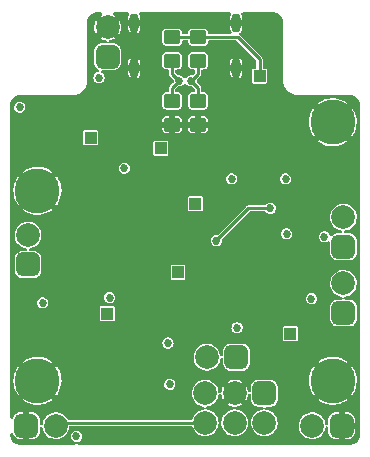
<source format=gbr>
%TF.GenerationSoftware,KiCad,Pcbnew,(6.0.9-0)*%
%TF.CreationDate,2022-12-16T17:36:52+01:00*%
%TF.ProjectId,distortion-pedal,64697374-6f72-4746-996f-6e2d70656461,rev?*%
%TF.SameCoordinates,Original*%
%TF.FileFunction,Copper,L4,Bot*%
%TF.FilePolarity,Positive*%
%FSLAX46Y46*%
G04 Gerber Fmt 4.6, Leading zero omitted, Abs format (unit mm)*
G04 Created by KiCad (PCBNEW (6.0.9-0)) date 2022-12-16 17:36:52*
%MOMM*%
%LPD*%
G01*
G04 APERTURE LIST*
G04 Aperture macros list*
%AMRoundRect*
0 Rectangle with rounded corners*
0 $1 Rounding radius*
0 $2 $3 $4 $5 $6 $7 $8 $9 X,Y pos of 4 corners*
0 Add a 4 corners polygon primitive as box body*
4,1,4,$2,$3,$4,$5,$6,$7,$8,$9,$2,$3,0*
0 Add four circle primitives for the rounded corners*
1,1,$1+$1,$2,$3*
1,1,$1+$1,$4,$5*
1,1,$1+$1,$6,$7*
1,1,$1+$1,$8,$9*
0 Add four rect primitives between the rounded corners*
20,1,$1+$1,$2,$3,$4,$5,0*
20,1,$1+$1,$4,$5,$6,$7,0*
20,1,$1+$1,$6,$7,$8,$9,0*
20,1,$1+$1,$8,$9,$2,$3,0*%
G04 Aperture macros list end*
%TA.AperFunction,ComponentPad*%
%ADD10RoundRect,0.500000X0.500000X-0.500000X0.500000X0.500000X-0.500000X0.500000X-0.500000X-0.500000X0*%
%TD*%
%TA.AperFunction,ComponentPad*%
%ADD11C,2.000000*%
%TD*%
%TA.AperFunction,ComponentPad*%
%ADD12RoundRect,0.500000X0.500000X0.500000X-0.500000X0.500000X-0.500000X-0.500000X0.500000X-0.500000X0*%
%TD*%
%TA.AperFunction,ComponentPad*%
%ADD13R,1.000000X1.000000*%
%TD*%
%TA.AperFunction,ConnectorPad*%
%ADD14C,3.800000*%
%TD*%
%TA.AperFunction,ComponentPad*%
%ADD15C,2.600000*%
%TD*%
%TA.AperFunction,ComponentPad*%
%ADD16O,0.800000X1.600000*%
%TD*%
%TA.AperFunction,ComponentPad*%
%ADD17RoundRect,0.500000X-0.500000X-0.500000X0.500000X-0.500000X0.500000X0.500000X-0.500000X0.500000X0*%
%TD*%
%TA.AperFunction,SMDPad,CuDef*%
%ADD18RoundRect,0.250000X-0.450000X0.350000X-0.450000X-0.350000X0.450000X-0.350000X0.450000X0.350000X0*%
%TD*%
%TA.AperFunction,ViaPad*%
%ADD19C,0.685800*%
%TD*%
%TA.AperFunction,Conductor*%
%ADD20C,0.254000*%
%TD*%
G04 APERTURE END LIST*
D10*
%TO.P,J4,1*%
%TO.N,+9V*%
X53940000Y-43950000D03*
D11*
%TO.P,J4,2*%
%TO.N,GND*%
X53940000Y-41450000D03*
%TD*%
D12*
%TO.P,D6,1,K*%
%TO.N,Net-(D6-Pad1)*%
X64850000Y-69400000D03*
D11*
%TO.P,D6,2,A*%
%TO.N,Net-(D6-Pad2)*%
X62350000Y-69400000D03*
%TD*%
D10*
%TO.P,Level1,1,1*%
%TO.N,Net-(Level1-Pad1)*%
X47200000Y-61550000D03*
D11*
%TO.P,Level1,2,2*%
%TO.N,Net-(D1-Pad1)*%
X47200000Y-59050000D03*
%TO.P,Level1,3,3*%
X47200000Y-59050000D03*
%TD*%
D10*
%TO.P,Gain1,1,1*%
%TO.N,Net-(Gain1-Pad1)*%
X73900000Y-65650000D03*
D11*
%TO.P,Gain1,2,2*%
%TO.N,Net-(Gain1-Pad2)*%
X73900000Y-63150000D03*
%TO.P,Gain1,3,3*%
X73900000Y-63150000D03*
%TD*%
D13*
%TO.P,TP3,1,1*%
%TO.N,+5V*%
X66800000Y-45600000D03*
%TD*%
%TO.P,TP2,1,1*%
%TO.N,effect_out*%
X61350000Y-56400000D03*
%TD*%
D14*
%TO.P,H1,1,1*%
%TO.N,GND*%
X48000000Y-55300000D03*
D15*
X48000000Y-55300000D03*
%TD*%
D16*
%TO.P,J3,S1,SHIELD*%
%TO.N,GND*%
X64820000Y-44900000D03*
%TO.P,J3,S2,SHIELD*%
X56180000Y-44900000D03*
%TO.P,J3,S3,SHIELD*%
X64820000Y-41100000D03*
%TO.P,J3,S4,SHIELD*%
X56180000Y-41100000D03*
%TD*%
D13*
%TO.P,TP5,1,1*%
%TO.N,Net-(JP2-Pad1)*%
X52500000Y-50800000D03*
%TD*%
D10*
%TO.P,Tone1,1,1*%
%TO.N,Net-(C10-Pad1)*%
X73900000Y-60050000D03*
%TO.P,Tone1,2,2*%
X73900000Y-60050000D03*
D11*
%TO.P,Tone1,3,3*%
%TO.N,Net-(R6-Pad1)*%
X73900000Y-57550000D03*
%TD*%
D14*
%TO.P,H3,1,1*%
%TO.N,GND*%
X48000000Y-71400000D03*
D15*
X48000000Y-71400000D03*
%TD*%
D13*
%TO.P,TP4,1,1*%
%TO.N,Net-(C5-Pad2)*%
X58440000Y-51700000D03*
%TD*%
%TO.P,TP6,1,1*%
%TO.N,Net-(C8-Pad1)*%
X69400000Y-67400000D03*
%TD*%
%TO.P,TP1,1,1*%
%TO.N,Net-(D2-Pad2)*%
X59900000Y-62200000D03*
%TD*%
D12*
%TO.P,J2,1*%
%TO.N,GND*%
X73750000Y-75200000D03*
D11*
%TO.P,J2,2*%
%TO.N,Net-(J2-Pad2)*%
X71250000Y-75200000D03*
%TD*%
D13*
%TO.P,TP9,1,1*%
%TO.N,effect_in*%
X53900000Y-65700000D03*
%TD*%
D15*
%TO.P,H4,1,1*%
%TO.N,GND*%
X73000000Y-71400000D03*
D14*
X73000000Y-71400000D03*
%TD*%
D17*
%TO.P,SW1,1*%
%TO.N,gain_out*%
X67200000Y-72450000D03*
D11*
%TO.P,SW1,2*%
%TO.N,Net-(J2-Pad2)*%
X67200000Y-74950000D03*
%TO.P,SW1,3*%
%TO.N,audio_in*%
X62200000Y-74950000D03*
%TO.P,SW1,4*%
%TO.N,+8V*%
X64700000Y-74950000D03*
%TO.P,SW1,5*%
%TO.N,Net-(D6-Pad2)*%
X62200000Y-72450000D03*
%TO.P,SW1,6*%
%TO.N,GND*%
X64700000Y-72450000D03*
%TD*%
D14*
%TO.P,H2,1,1*%
%TO.N,GND*%
X73000000Y-49500000D03*
D15*
X73000000Y-49500000D03*
%TD*%
D17*
%TO.P,J1,1*%
%TO.N,GND*%
X47050000Y-75200000D03*
D11*
%TO.P,J1,2*%
%TO.N,audio_in*%
X49550000Y-75200000D03*
%TD*%
D18*
%TO.P,Rcc2,1*%
%TO.N,Net-(J3-PadB5)*%
X59400000Y-47700000D03*
%TO.P,Rcc2,2*%
%TO.N,GND*%
X59400000Y-49700000D03*
%TD*%
%TO.P,Rcc3,1*%
%TO.N,+5V*%
X61600000Y-42300000D03*
%TO.P,Rcc3,2*%
%TO.N,Net-(J3-PadA5)*%
X61600000Y-44300000D03*
%TD*%
%TO.P,Rcc4,1*%
%TO.N,+5V*%
X59400000Y-42300000D03*
%TO.P,Rcc4,2*%
%TO.N,Net-(J3-PadB5)*%
X59400000Y-44300000D03*
%TD*%
%TO.P,Rcc1,1*%
%TO.N,Net-(J3-PadA5)*%
X61600000Y-47700000D03*
%TO.P,Rcc1,2*%
%TO.N,GND*%
X61600000Y-49700000D03*
%TD*%
D19*
%TO.N,GND*%
X56970000Y-68190000D03*
X56940000Y-66090000D03*
X55130000Y-67160000D03*
X67380000Y-66480000D03*
X62610000Y-63910000D03*
X73000000Y-54800000D03*
X59700000Y-53900000D03*
X55400000Y-73600000D03*
X68400000Y-51100000D03*
X52050000Y-48800000D03*
X72600000Y-52600000D03*
X59190000Y-59300000D03*
X66400000Y-48900000D03*
X51100000Y-48200000D03*
X57000000Y-62510000D03*
X62400000Y-65800000D03*
X63280000Y-43590000D03*
X59600000Y-72700000D03*
X67800000Y-60050000D03*
X65570000Y-59720000D03*
X48700000Y-51100000D03*
X55300000Y-70800000D03*
X55500000Y-75700000D03*
X57750000Y-43750000D03*
%TO.N,+9V*%
X53210000Y-45720000D03*
X46500000Y-48230000D03*
%TO.N,+8V*%
X51300000Y-76100000D03*
X69100000Y-58950000D03*
X64900000Y-66900000D03*
X64450000Y-54300000D03*
X55350000Y-53400000D03*
X59050000Y-68200000D03*
%TO.N,Net-(J3-PadA5)*%
X61000000Y-46000000D03*
%TO.N,Net-(J3-PadB5)*%
X60000000Y-46000000D03*
%TO.N,Net-(R6-Pad2)*%
X67700000Y-56800000D03*
X63150000Y-59530000D03*
%TO.N,+4V*%
X59200000Y-71700000D03*
X71200000Y-64430600D03*
X69000000Y-54300000D03*
X54100000Y-64350000D03*
X48450000Y-64800000D03*
X72300000Y-59200000D03*
%TD*%
D20*
%TO.N,audio_in*%
X49550000Y-75200000D02*
X49800000Y-74950000D01*
X49800000Y-74950000D02*
X62200000Y-74950000D01*
%TO.N,+5V*%
X66800000Y-44160000D02*
X66800000Y-45600000D01*
X64940000Y-42300000D02*
X66800000Y-44160000D01*
X61600000Y-42300000D02*
X64940000Y-42300000D01*
X59400000Y-42300000D02*
X61600000Y-42300000D01*
%TO.N,Net-(J3-PadA5)*%
X61600000Y-44300000D02*
X61600000Y-45400000D01*
X61600000Y-45400000D02*
X61000000Y-46000000D01*
X61600000Y-46600000D02*
X61600000Y-47700000D01*
X61000000Y-46000000D02*
X61600000Y-46600000D01*
%TO.N,Net-(J3-PadB5)*%
X59400000Y-44300000D02*
X59400000Y-45400000D01*
X59400000Y-45400000D02*
X60000000Y-46000000D01*
X59400000Y-46600000D02*
X59400000Y-47700000D01*
X60000000Y-46000000D02*
X59400000Y-46600000D01*
%TO.N,Net-(R6-Pad2)*%
X63150000Y-59530000D02*
X63150000Y-59500000D01*
X63150000Y-59500000D02*
X65850000Y-56800000D01*
X65850000Y-56800000D02*
X67700000Y-56800000D01*
%TD*%
%TA.AperFunction,Conductor*%
%TO.N,GND*%
G36*
X53439880Y-40220502D02*
G01*
X53486373Y-40274158D01*
X53496477Y-40344432D01*
X53466983Y-40409012D01*
X53436181Y-40434786D01*
X53356333Y-40482290D01*
X53346735Y-40492623D01*
X53350222Y-40501012D01*
X53927188Y-41077978D01*
X53941132Y-41085592D01*
X53942965Y-41085461D01*
X53949580Y-41081210D01*
X54526232Y-40504558D01*
X54532992Y-40492178D01*
X54526962Y-40484123D01*
X54460095Y-40441933D01*
X54453883Y-40438768D01*
X54402267Y-40390020D01*
X54385200Y-40321105D01*
X54408100Y-40253904D01*
X54463697Y-40209751D01*
X54511084Y-40200500D01*
X55639680Y-40200500D01*
X55707801Y-40220502D01*
X55754294Y-40274158D01*
X55764398Y-40344432D01*
X55746766Y-40392897D01*
X55695796Y-40475102D01*
X55688872Y-40490654D01*
X55652597Y-40615512D01*
X55650273Y-40628427D01*
X55650169Y-40629836D01*
X55650000Y-40634462D01*
X55650000Y-40827885D01*
X55654475Y-40843124D01*
X55655865Y-40844329D01*
X55663548Y-40846000D01*
X56691885Y-40846000D01*
X56707124Y-40841525D01*
X56708329Y-40840135D01*
X56710000Y-40832452D01*
X56710000Y-40667912D01*
X56709418Y-40659370D01*
X56696442Y-40564645D01*
X56691864Y-40548247D01*
X56641017Y-40430748D01*
X56632197Y-40416186D01*
X56623782Y-40405794D01*
X56596456Y-40340267D01*
X56608896Y-40270368D01*
X56657150Y-40218292D01*
X56721702Y-40200500D01*
X64279680Y-40200500D01*
X64347801Y-40220502D01*
X64394294Y-40274158D01*
X64404398Y-40344432D01*
X64386766Y-40392897D01*
X64335796Y-40475102D01*
X64328872Y-40490654D01*
X64292597Y-40615512D01*
X64290273Y-40628427D01*
X64290169Y-40629836D01*
X64290000Y-40634462D01*
X64290000Y-40827885D01*
X64294475Y-40843124D01*
X64295865Y-40844329D01*
X64303548Y-40846000D01*
X65331885Y-40846000D01*
X65347124Y-40841525D01*
X65348329Y-40840135D01*
X65350000Y-40832452D01*
X65350000Y-40667912D01*
X65349418Y-40659370D01*
X65336442Y-40564645D01*
X65331864Y-40548247D01*
X65281017Y-40430748D01*
X65272197Y-40416186D01*
X65263782Y-40405794D01*
X65236456Y-40340267D01*
X65248896Y-40270368D01*
X65297150Y-40218292D01*
X65361702Y-40200500D01*
X67962920Y-40200500D01*
X67980242Y-40202466D01*
X67985811Y-40202476D01*
X67999641Y-40205656D01*
X68013482Y-40202524D01*
X68014605Y-40202526D01*
X68026731Y-40203133D01*
X68081618Y-40208539D01*
X68143626Y-40214646D01*
X68167848Y-40219464D01*
X68294085Y-40257757D01*
X68316897Y-40267206D01*
X68417734Y-40321105D01*
X68433232Y-40329389D01*
X68453770Y-40343112D01*
X68555739Y-40426796D01*
X68573204Y-40444261D01*
X68656888Y-40546230D01*
X68670610Y-40566766D01*
X68706794Y-40634462D01*
X68732793Y-40683102D01*
X68742242Y-40705912D01*
X68780538Y-40832156D01*
X68785354Y-40856373D01*
X68787798Y-40881186D01*
X68796917Y-40973770D01*
X68797503Y-40985905D01*
X68794344Y-40999641D01*
X68797475Y-41013480D01*
X68797467Y-41018310D01*
X68799500Y-41036504D01*
X68799500Y-45955524D01*
X68796245Y-45983976D01*
X68794345Y-45992174D01*
X68794344Y-45992892D01*
X68795926Y-45999828D01*
X68796718Y-46006902D01*
X68796510Y-46006925D01*
X68797192Y-46011414D01*
X68808517Y-46155975D01*
X68810520Y-46181547D01*
X68811663Y-46186332D01*
X68811664Y-46186336D01*
X68853356Y-46360812D01*
X68854500Y-46365599D01*
X68856374Y-46370146D01*
X68856375Y-46370149D01*
X68905447Y-46489212D01*
X68926608Y-46540556D01*
X68929170Y-46544760D01*
X68929171Y-46544762D01*
X69005343Y-46669755D01*
X69025083Y-46702148D01*
X69028271Y-46705904D01*
X69028274Y-46705909D01*
X69144332Y-46842673D01*
X69147523Y-46846433D01*
X69290939Y-46969888D01*
X69295132Y-46972484D01*
X69447639Y-47066905D01*
X69447645Y-47066908D01*
X69451833Y-47069501D01*
X69456382Y-47071413D01*
X69456381Y-47071413D01*
X69608473Y-47135356D01*
X69626276Y-47142841D01*
X69810013Y-47188119D01*
X69814923Y-47188539D01*
X69814926Y-47188539D01*
X69978818Y-47202543D01*
X69983774Y-47203341D01*
X69983801Y-47203118D01*
X69990890Y-47203984D01*
X69997832Y-47205645D01*
X69998550Y-47205651D01*
X70008474Y-47203461D01*
X70035628Y-47200500D01*
X74462920Y-47200500D01*
X74480242Y-47202466D01*
X74485811Y-47202476D01*
X74499641Y-47205656D01*
X74513482Y-47202524D01*
X74514605Y-47202526D01*
X74526731Y-47203133D01*
X74581618Y-47208539D01*
X74643626Y-47214646D01*
X74667848Y-47219464D01*
X74794085Y-47257757D01*
X74816897Y-47267206D01*
X74912881Y-47318511D01*
X74933232Y-47329389D01*
X74953770Y-47343112D01*
X75055739Y-47426796D01*
X75073204Y-47444261D01*
X75156888Y-47546230D01*
X75170610Y-47566766D01*
X75181571Y-47587273D01*
X75232793Y-47683102D01*
X75242242Y-47705912D01*
X75280538Y-47832156D01*
X75285354Y-47856373D01*
X75296917Y-47973770D01*
X75297503Y-47985905D01*
X75294344Y-47999641D01*
X75297475Y-48013480D01*
X75297467Y-48018310D01*
X75299500Y-48036504D01*
X75299500Y-75961755D01*
X75297693Y-75977194D01*
X75297630Y-75984383D01*
X75294352Y-75998191D01*
X75297387Y-76012055D01*
X75297376Y-76013284D01*
X75296690Y-76025352D01*
X75288517Y-76103062D01*
X75284332Y-76142857D01*
X75279386Y-76166944D01*
X75240135Y-76293717D01*
X75230605Y-76316385D01*
X75221195Y-76333787D01*
X75199599Y-76373724D01*
X75167477Y-76433125D01*
X75153725Y-76453510D01*
X75069131Y-76555758D01*
X75051686Y-76573082D01*
X74948827Y-76656966D01*
X74928350Y-76670569D01*
X74811173Y-76732869D01*
X74788438Y-76742239D01*
X74661389Y-76780594D01*
X74637269Y-76785370D01*
X74587825Y-76790218D01*
X74519422Y-76796924D01*
X74507055Y-76797518D01*
X74493253Y-76794344D01*
X74479409Y-76797477D01*
X74474585Y-76797468D01*
X74456390Y-76799500D01*
X51475387Y-76799500D01*
X51407266Y-76779498D01*
X51360773Y-76725842D01*
X51350669Y-76655568D01*
X51380163Y-76590988D01*
X51442245Y-76551937D01*
X51481284Y-76541294D01*
X51481286Y-76541293D01*
X51489943Y-76538933D01*
X51605502Y-76467979D01*
X51615859Y-76456537D01*
X51690474Y-76374104D01*
X51690475Y-76374102D01*
X51696502Y-76367444D01*
X51713211Y-76332958D01*
X51751714Y-76253488D01*
X51751715Y-76253486D01*
X51755628Y-76245409D01*
X51778125Y-76111685D01*
X51778268Y-76100000D01*
X51777432Y-76094157D01*
X51760317Y-75974653D01*
X51760316Y-75974651D01*
X51759044Y-75965766D01*
X51752806Y-75952045D01*
X51737990Y-75919461D01*
X51702918Y-75842323D01*
X51614402Y-75739595D01*
X51606871Y-75734714D01*
X51606868Y-75734711D01*
X51508142Y-75670720D01*
X51508140Y-75670719D01*
X51500611Y-75665839D01*
X51492014Y-75663268D01*
X51492012Y-75663267D01*
X51379296Y-75629558D01*
X51379297Y-75629558D01*
X51370693Y-75626985D01*
X51361717Y-75626930D01*
X51361716Y-75626930D01*
X51304770Y-75626582D01*
X51235092Y-75626157D01*
X51104709Y-75663421D01*
X51097122Y-75668208D01*
X51097120Y-75668209D01*
X51036007Y-75706769D01*
X50990025Y-75735781D01*
X50900260Y-75837420D01*
X50896446Y-75845543D01*
X50896445Y-75845545D01*
X50876285Y-75888485D01*
X50842630Y-75960168D01*
X50834594Y-76011779D01*
X50823149Y-76085284D01*
X50823149Y-76085288D01*
X50821768Y-76094157D01*
X50822932Y-76103059D01*
X50822932Y-76103062D01*
X50829743Y-76155143D01*
X50839350Y-76228616D01*
X50893964Y-76352735D01*
X50899740Y-76359606D01*
X50975445Y-76449669D01*
X50975448Y-76449672D01*
X50981219Y-76456537D01*
X51094100Y-76531678D01*
X51102672Y-76534356D01*
X51163093Y-76553233D01*
X51222150Y-76592639D01*
X51250527Y-76657718D01*
X51239215Y-76727808D01*
X51191805Y-76780655D01*
X51125519Y-76799500D01*
X46537080Y-76799500D01*
X46519758Y-76797534D01*
X46514189Y-76797524D01*
X46500359Y-76794344D01*
X46486518Y-76797476D01*
X46485395Y-76797474D01*
X46473269Y-76796867D01*
X46418382Y-76791461D01*
X46356374Y-76785354D01*
X46332152Y-76780536D01*
X46205915Y-76742243D01*
X46183102Y-76732793D01*
X46138703Y-76709061D01*
X46066766Y-76670610D01*
X46046230Y-76656888D01*
X45944261Y-76573204D01*
X45926796Y-76555739D01*
X45843112Y-76453770D01*
X45829389Y-76433232D01*
X45797785Y-76374104D01*
X45767206Y-76316897D01*
X45757758Y-76294088D01*
X45719462Y-76167844D01*
X45714646Y-76143626D01*
X45703860Y-76034114D01*
X45704078Y-76007523D01*
X45705655Y-76000718D01*
X45705656Y-76000000D01*
X45703654Y-75991225D01*
X45700500Y-75963210D01*
X45700500Y-75919461D01*
X45720502Y-75851340D01*
X45774158Y-75804847D01*
X45844432Y-75794743D01*
X45909012Y-75824237D01*
X45947497Y-75884308D01*
X45965007Y-75944579D01*
X45971255Y-75959016D01*
X46044208Y-76082373D01*
X46053857Y-76094811D01*
X46155189Y-76196143D01*
X46167627Y-76205792D01*
X46290984Y-76278745D01*
X46305421Y-76284993D01*
X46444486Y-76325394D01*
X46457073Y-76327693D01*
X46483923Y-76329807D01*
X46488849Y-76330000D01*
X46777885Y-76330000D01*
X46793124Y-76325525D01*
X46794329Y-76324135D01*
X46796000Y-76316452D01*
X46796000Y-76311885D01*
X47304000Y-76311885D01*
X47308475Y-76327124D01*
X47309865Y-76328329D01*
X47317548Y-76330000D01*
X47611151Y-76330000D01*
X47616077Y-76329807D01*
X47642927Y-76327693D01*
X47655514Y-76325394D01*
X47794579Y-76284993D01*
X47809016Y-76278745D01*
X47932373Y-76205792D01*
X47944811Y-76196143D01*
X48046143Y-76094811D01*
X48055792Y-76082373D01*
X48128745Y-75959016D01*
X48134993Y-75944579D01*
X48175394Y-75805514D01*
X48177693Y-75792927D01*
X48179807Y-75766077D01*
X48180000Y-75761151D01*
X48180000Y-75405390D01*
X48200002Y-75337269D01*
X48253658Y-75290776D01*
X48323932Y-75280672D01*
X48388512Y-75310166D01*
X48426896Y-75369892D01*
X48428632Y-75377608D01*
X48428635Y-75377607D01*
X48479779Y-75578985D01*
X48566764Y-75767671D01*
X48686678Y-75937346D01*
X48734946Y-75984367D01*
X48827322Y-76074355D01*
X48835505Y-76082327D01*
X48840301Y-76085532D01*
X48840304Y-76085534D01*
X48909808Y-76131975D01*
X49008261Y-76197759D01*
X49013569Y-76200040D01*
X49013570Y-76200040D01*
X49193857Y-76277497D01*
X49193860Y-76277498D01*
X49199160Y-76279775D01*
X49204790Y-76281049D01*
X49396172Y-76324355D01*
X49396175Y-76324355D01*
X49401808Y-76325630D01*
X49407579Y-76325857D01*
X49407581Y-76325857D01*
X49470503Y-76328329D01*
X49609419Y-76333787D01*
X49725900Y-76316898D01*
X49809327Y-76304802D01*
X49809332Y-76304801D01*
X49815041Y-76303973D01*
X49820505Y-76302118D01*
X49820510Y-76302117D01*
X50006318Y-76239043D01*
X50011786Y-76237187D01*
X50193065Y-76135666D01*
X50352809Y-76002809D01*
X50485666Y-75843065D01*
X50587187Y-75661786D01*
X50610515Y-75593065D01*
X50652117Y-75470510D01*
X50652118Y-75470505D01*
X50653973Y-75465041D01*
X50654801Y-75459332D01*
X50654802Y-75459327D01*
X50673700Y-75328985D01*
X50675667Y-75315419D01*
X50705237Y-75250874D01*
X50765009Y-75212562D01*
X50800363Y-75207500D01*
X61000925Y-75207500D01*
X61069046Y-75227502D01*
X61115539Y-75281158D01*
X61123047Y-75302482D01*
X61128356Y-75323384D01*
X61129779Y-75328985D01*
X61132196Y-75334228D01*
X61214346Y-75512426D01*
X61216764Y-75517671D01*
X61336678Y-75687346D01*
X61485505Y-75832327D01*
X61490301Y-75835532D01*
X61490304Y-75835534D01*
X61559808Y-75881975D01*
X61658261Y-75947759D01*
X61663569Y-75950040D01*
X61663570Y-75950040D01*
X61843857Y-76027497D01*
X61843860Y-76027498D01*
X61849160Y-76029775D01*
X61854790Y-76031049D01*
X62046172Y-76074355D01*
X62046175Y-76074355D01*
X62051808Y-76075630D01*
X62057579Y-76075857D01*
X62057581Y-76075857D01*
X62120985Y-76078348D01*
X62259419Y-76083787D01*
X62362230Y-76068880D01*
X62459327Y-76054802D01*
X62459332Y-76054801D01*
X62465041Y-76053973D01*
X62470505Y-76052118D01*
X62470510Y-76052117D01*
X62644464Y-75993067D01*
X62661786Y-75987187D01*
X62843065Y-75885666D01*
X63002809Y-75752809D01*
X63135666Y-75593065D01*
X63237187Y-75411786D01*
X63262482Y-75337269D01*
X63302117Y-75220510D01*
X63302118Y-75220505D01*
X63303973Y-75215041D01*
X63304801Y-75209332D01*
X63304802Y-75209327D01*
X63325055Y-75069644D01*
X63354625Y-75005098D01*
X63414397Y-74966786D01*
X63485393Y-74966870D01*
X63545074Y-75005325D01*
X63574490Y-75069941D01*
X63575481Y-75079480D01*
X63578635Y-75127607D01*
X63580056Y-75133203D01*
X63580057Y-75133208D01*
X63628358Y-75323390D01*
X63629779Y-75328985D01*
X63632196Y-75334228D01*
X63714346Y-75512426D01*
X63716764Y-75517671D01*
X63836678Y-75687346D01*
X63985505Y-75832327D01*
X63990301Y-75835532D01*
X63990304Y-75835534D01*
X64059808Y-75881975D01*
X64158261Y-75947759D01*
X64163569Y-75950040D01*
X64163570Y-75950040D01*
X64343857Y-76027497D01*
X64343860Y-76027498D01*
X64349160Y-76029775D01*
X64354790Y-76031049D01*
X64546172Y-76074355D01*
X64546175Y-76074355D01*
X64551808Y-76075630D01*
X64557579Y-76075857D01*
X64557581Y-76075857D01*
X64620985Y-76078348D01*
X64759419Y-76083787D01*
X64862230Y-76068880D01*
X64959327Y-76054802D01*
X64959332Y-76054801D01*
X64965041Y-76053973D01*
X64970505Y-76052118D01*
X64970510Y-76052117D01*
X65144464Y-75993067D01*
X65161786Y-75987187D01*
X65343065Y-75885666D01*
X65502809Y-75752809D01*
X65635666Y-75593065D01*
X65737187Y-75411786D01*
X65762482Y-75337269D01*
X65802117Y-75220510D01*
X65802118Y-75220505D01*
X65803973Y-75215041D01*
X65804801Y-75209332D01*
X65804802Y-75209327D01*
X65825055Y-75069644D01*
X65854625Y-75005098D01*
X65914397Y-74966786D01*
X65985393Y-74966870D01*
X66045074Y-75005325D01*
X66074490Y-75069941D01*
X66075481Y-75079480D01*
X66078635Y-75127607D01*
X66080056Y-75133203D01*
X66080057Y-75133208D01*
X66128358Y-75323390D01*
X66129779Y-75328985D01*
X66132196Y-75334228D01*
X66214346Y-75512426D01*
X66216764Y-75517671D01*
X66336678Y-75687346D01*
X66485505Y-75832327D01*
X66490301Y-75835532D01*
X66490304Y-75835534D01*
X66559808Y-75881975D01*
X66658261Y-75947759D01*
X66663569Y-75950040D01*
X66663570Y-75950040D01*
X66843857Y-76027497D01*
X66843860Y-76027498D01*
X66849160Y-76029775D01*
X66854790Y-76031049D01*
X67046172Y-76074355D01*
X67046175Y-76074355D01*
X67051808Y-76075630D01*
X67057579Y-76075857D01*
X67057581Y-76075857D01*
X67120985Y-76078348D01*
X67259419Y-76083787D01*
X67362230Y-76068880D01*
X67459327Y-76054802D01*
X67459332Y-76054801D01*
X67465041Y-76053973D01*
X67470505Y-76052118D01*
X67470510Y-76052117D01*
X67644464Y-75993067D01*
X67661786Y-75987187D01*
X67843065Y-75885666D01*
X68002809Y-75752809D01*
X68135666Y-75593065D01*
X68237187Y-75411786D01*
X68262482Y-75337269D01*
X68302117Y-75220510D01*
X68302118Y-75220505D01*
X68303973Y-75215041D01*
X68304801Y-75209332D01*
X68304802Y-75209327D01*
X68310463Y-75170280D01*
X70115046Y-75170280D01*
X70128635Y-75377607D01*
X70130056Y-75383203D01*
X70130057Y-75383208D01*
X70152637Y-75472115D01*
X70179779Y-75578985D01*
X70266764Y-75767671D01*
X70386678Y-75937346D01*
X70434946Y-75984367D01*
X70527322Y-76074355D01*
X70535505Y-76082327D01*
X70540301Y-76085532D01*
X70540304Y-76085534D01*
X70609808Y-76131975D01*
X70708261Y-76197759D01*
X70713569Y-76200040D01*
X70713570Y-76200040D01*
X70893857Y-76277497D01*
X70893860Y-76277498D01*
X70899160Y-76279775D01*
X70904790Y-76281049D01*
X71096172Y-76324355D01*
X71096175Y-76324355D01*
X71101808Y-76325630D01*
X71107579Y-76325857D01*
X71107581Y-76325857D01*
X71170503Y-76328329D01*
X71309419Y-76333787D01*
X71425900Y-76316898D01*
X71509327Y-76304802D01*
X71509332Y-76304801D01*
X71515041Y-76303973D01*
X71520505Y-76302118D01*
X71520510Y-76302117D01*
X71706318Y-76239043D01*
X71711786Y-76237187D01*
X71893065Y-76135666D01*
X72052809Y-76002809D01*
X72185666Y-75843065D01*
X72287187Y-75661786D01*
X72310515Y-75593065D01*
X72352117Y-75470510D01*
X72352118Y-75470505D01*
X72353973Y-75465041D01*
X72354801Y-75459332D01*
X72354802Y-75459327D01*
X72369304Y-75359306D01*
X72398874Y-75294760D01*
X72458646Y-75256448D01*
X72529642Y-75256532D01*
X72589323Y-75294987D01*
X72618739Y-75359603D01*
X72620000Y-75377386D01*
X72620000Y-75761151D01*
X72620193Y-75766077D01*
X72622307Y-75792927D01*
X72624606Y-75805514D01*
X72665007Y-75944579D01*
X72671255Y-75959016D01*
X72744208Y-76082373D01*
X72753857Y-76094811D01*
X72855189Y-76196143D01*
X72867627Y-76205792D01*
X72990984Y-76278745D01*
X73005421Y-76284993D01*
X73144486Y-76325394D01*
X73157073Y-76327693D01*
X73183923Y-76329807D01*
X73188849Y-76330000D01*
X73477885Y-76330000D01*
X73493124Y-76325525D01*
X73494329Y-76324135D01*
X73496000Y-76316452D01*
X73496000Y-76311885D01*
X74004000Y-76311885D01*
X74008475Y-76327124D01*
X74009865Y-76328329D01*
X74017548Y-76330000D01*
X74311151Y-76330000D01*
X74316077Y-76329807D01*
X74342927Y-76327693D01*
X74355514Y-76325394D01*
X74494579Y-76284993D01*
X74509016Y-76278745D01*
X74632373Y-76205792D01*
X74644811Y-76196143D01*
X74746143Y-76094811D01*
X74755792Y-76082373D01*
X74828745Y-75959016D01*
X74834993Y-75944579D01*
X74875394Y-75805514D01*
X74877693Y-75792927D01*
X74879807Y-75766077D01*
X74880000Y-75761151D01*
X74880000Y-75472115D01*
X74875525Y-75456876D01*
X74874135Y-75455671D01*
X74866452Y-75454000D01*
X74022115Y-75454000D01*
X74006876Y-75458475D01*
X74005671Y-75459865D01*
X74004000Y-75467548D01*
X74004000Y-76311885D01*
X73496000Y-76311885D01*
X73496000Y-74927885D01*
X74004000Y-74927885D01*
X74008475Y-74943124D01*
X74009865Y-74944329D01*
X74017548Y-74946000D01*
X74861885Y-74946000D01*
X74877124Y-74941525D01*
X74878329Y-74940135D01*
X74880000Y-74932452D01*
X74880000Y-74638850D01*
X74879807Y-74633923D01*
X74877693Y-74607073D01*
X74875394Y-74594486D01*
X74834993Y-74455421D01*
X74828745Y-74440984D01*
X74755792Y-74317627D01*
X74746143Y-74305189D01*
X74644811Y-74203857D01*
X74632373Y-74194208D01*
X74509016Y-74121255D01*
X74494579Y-74115007D01*
X74355514Y-74074606D01*
X74342927Y-74072307D01*
X74316077Y-74070193D01*
X74311150Y-74070000D01*
X74022115Y-74070000D01*
X74006876Y-74074475D01*
X74005671Y-74075865D01*
X74004000Y-74083548D01*
X74004000Y-74927885D01*
X73496000Y-74927885D01*
X73496000Y-74088115D01*
X73491525Y-74072876D01*
X73490135Y-74071671D01*
X73482452Y-74070000D01*
X73188850Y-74070000D01*
X73183923Y-74070193D01*
X73157073Y-74072307D01*
X73144486Y-74074606D01*
X73005421Y-74115007D01*
X72990984Y-74121255D01*
X72867627Y-74194208D01*
X72855189Y-74203857D01*
X72753857Y-74305189D01*
X72744208Y-74317627D01*
X72671255Y-74440984D01*
X72665007Y-74455421D01*
X72624606Y-74594486D01*
X72622307Y-74607073D01*
X72620193Y-74633923D01*
X72620000Y-74638850D01*
X72620000Y-75005481D01*
X72599998Y-75073602D01*
X72546342Y-75120095D01*
X72476068Y-75130199D01*
X72411488Y-75100705D01*
X72373104Y-75040979D01*
X72368529Y-75017010D01*
X72366861Y-74998854D01*
X72366860Y-74998851D01*
X72366332Y-74993100D01*
X72354177Y-74950000D01*
X72311502Y-74798689D01*
X72309934Y-74793129D01*
X72218039Y-74606785D01*
X72093724Y-74440307D01*
X71976177Y-74331648D01*
X71945394Y-74303192D01*
X71945392Y-74303190D01*
X71941153Y-74299272D01*
X71765435Y-74188402D01*
X71572455Y-74111411D01*
X71566795Y-74110285D01*
X71566791Y-74110284D01*
X71374344Y-74072004D01*
X71374339Y-74072004D01*
X71368676Y-74070877D01*
X71362901Y-74070801D01*
X71362897Y-74070801D01*
X71258768Y-74069438D01*
X71160922Y-74068157D01*
X71155225Y-74069136D01*
X71155224Y-74069136D01*
X70961842Y-74102365D01*
X70961839Y-74102366D01*
X70956152Y-74103343D01*
X70761222Y-74175256D01*
X70582662Y-74281488D01*
X70426451Y-74418481D01*
X70422880Y-74423011D01*
X70323804Y-74548689D01*
X70297821Y-74581648D01*
X70295133Y-74586757D01*
X70203769Y-74760411D01*
X70203767Y-74760416D01*
X70201080Y-74765523D01*
X70199366Y-74771044D01*
X70144946Y-74946305D01*
X70139467Y-74963949D01*
X70115046Y-75170280D01*
X68310463Y-75170280D01*
X68333254Y-75013093D01*
X68333787Y-75009419D01*
X68335343Y-74950000D01*
X68318900Y-74771044D01*
X68316861Y-74748854D01*
X68316860Y-74748851D01*
X68316332Y-74743100D01*
X68259934Y-74543129D01*
X68168039Y-74356785D01*
X68043724Y-74190307D01*
X67918559Y-74074606D01*
X67895394Y-74053192D01*
X67895392Y-74053190D01*
X67891153Y-74049272D01*
X67715435Y-73938402D01*
X67522455Y-73861411D01*
X67516795Y-73860285D01*
X67516791Y-73860284D01*
X67364938Y-73830079D01*
X67302028Y-73797172D01*
X67266896Y-73735477D01*
X67270696Y-73664582D01*
X67312222Y-73606996D01*
X67378288Y-73581002D01*
X67389519Y-73580500D01*
X67763672Y-73580500D01*
X67766119Y-73580307D01*
X67766130Y-73580307D01*
X67785655Y-73578770D01*
X67799416Y-73577687D01*
X67844046Y-73564721D01*
X67944779Y-73535455D01*
X67944780Y-73535454D01*
X67952392Y-73533243D01*
X68027901Y-73488587D01*
X68082682Y-73456190D01*
X68082685Y-73456188D01*
X68089509Y-73452152D01*
X68202152Y-73339509D01*
X68206188Y-73332685D01*
X68206190Y-73332682D01*
X68279206Y-73209218D01*
X68283243Y-73202392D01*
X68286445Y-73191373D01*
X68325890Y-73055601D01*
X68327687Y-73049416D01*
X68329834Y-73022138D01*
X68330307Y-73016130D01*
X68330307Y-73016119D01*
X68330500Y-73013672D01*
X68330500Y-73005272D01*
X71760000Y-73005272D01*
X71767054Y-73015244D01*
X71800716Y-73043390D01*
X71807648Y-73048425D01*
X72034841Y-73190943D01*
X72042393Y-73194992D01*
X72286833Y-73305362D01*
X72294864Y-73308348D01*
X72552022Y-73384522D01*
X72560374Y-73386389D01*
X72825496Y-73426958D01*
X72834029Y-73427674D01*
X73102199Y-73431887D01*
X73110750Y-73431438D01*
X73377015Y-73399217D01*
X73385416Y-73397615D01*
X73644857Y-73329552D01*
X73652959Y-73326825D01*
X73900753Y-73224185D01*
X73908421Y-73220379D01*
X74139995Y-73085058D01*
X74147068Y-73080251D01*
X74230326Y-73014968D01*
X74238795Y-73003111D01*
X74232279Y-72991489D01*
X73012812Y-71772022D01*
X72998868Y-71764408D01*
X72997035Y-71764539D01*
X72990420Y-71768790D01*
X71767292Y-72991918D01*
X71760000Y-73005272D01*
X68330500Y-73005272D01*
X68330500Y-71886328D01*
X68327687Y-71850584D01*
X68314721Y-71805954D01*
X68285455Y-71705221D01*
X68285454Y-71705220D01*
X68283243Y-71697608D01*
X68255522Y-71650734D01*
X68206190Y-71567318D01*
X68206188Y-71567315D01*
X68202152Y-71560491D01*
X68089509Y-71447848D01*
X68082685Y-71443812D01*
X68082682Y-71443810D01*
X67979812Y-71382973D01*
X70965616Y-71382973D01*
X70981055Y-71650734D01*
X70982128Y-71659234D01*
X71033765Y-71922429D01*
X71035976Y-71930681D01*
X71122856Y-72184439D01*
X71126171Y-72192324D01*
X71246684Y-72431937D01*
X71251041Y-72439303D01*
X71383527Y-72632071D01*
X71393780Y-72640415D01*
X71407521Y-72633269D01*
X72627978Y-71412812D01*
X72634356Y-71401132D01*
X73364408Y-71401132D01*
X73364539Y-71402965D01*
X73368790Y-71409580D01*
X74591467Y-72632257D01*
X74603677Y-72638924D01*
X74615176Y-72630235D01*
X74715452Y-72493725D01*
X74720036Y-72486502D01*
X74848012Y-72250800D01*
X74851580Y-72243006D01*
X74946383Y-71992117D01*
X74948856Y-71983925D01*
X75008735Y-71722484D01*
X75010073Y-71714030D01*
X75034077Y-71445076D01*
X75034323Y-71440139D01*
X75034717Y-71402485D01*
X75034574Y-71397519D01*
X75016209Y-71128131D01*
X75015048Y-71119657D01*
X74960659Y-70857023D01*
X74958355Y-70848769D01*
X74868826Y-70595947D01*
X74865430Y-70588099D01*
X74742411Y-70349755D01*
X74737983Y-70342443D01*
X74615822Y-70168626D01*
X74605300Y-70160246D01*
X74591912Y-70167298D01*
X73372022Y-71387188D01*
X73364408Y-71401132D01*
X72634356Y-71401132D01*
X72635592Y-71398868D01*
X72635461Y-71397035D01*
X72631210Y-71390420D01*
X71408051Y-70167261D01*
X71396040Y-70160702D01*
X71384302Y-70169670D01*
X71273191Y-70324295D01*
X71268677Y-70331576D01*
X71143181Y-70568598D01*
X71139695Y-70576426D01*
X71047524Y-70828294D01*
X71045135Y-70836517D01*
X70987998Y-71098573D01*
X70986749Y-71107029D01*
X70965705Y-71374422D01*
X70965616Y-71382973D01*
X67979812Y-71382973D01*
X67959218Y-71370794D01*
X67959219Y-71370794D01*
X67952392Y-71366757D01*
X67944780Y-71364546D01*
X67944779Y-71364545D01*
X67805601Y-71324110D01*
X67805602Y-71324110D01*
X67799416Y-71322313D01*
X67785655Y-71321230D01*
X67766130Y-71319693D01*
X67766119Y-71319693D01*
X67763672Y-71319500D01*
X66636328Y-71319500D01*
X66633881Y-71319693D01*
X66633870Y-71319693D01*
X66614345Y-71321230D01*
X66600584Y-71322313D01*
X66594398Y-71324110D01*
X66594399Y-71324110D01*
X66455221Y-71364545D01*
X66455220Y-71364546D01*
X66447608Y-71366757D01*
X66440781Y-71370794D01*
X66440782Y-71370794D01*
X66317318Y-71443810D01*
X66317315Y-71443812D01*
X66310491Y-71447848D01*
X66197848Y-71560491D01*
X66193812Y-71567315D01*
X66193810Y-71567318D01*
X66144478Y-71650734D01*
X66116757Y-71697608D01*
X66114546Y-71705220D01*
X66114545Y-71705221D01*
X66085279Y-71805954D01*
X66072313Y-71850584D01*
X66069500Y-71886328D01*
X66069500Y-72255507D01*
X66049498Y-72323628D01*
X65995842Y-72370121D01*
X65925568Y-72380225D01*
X65860988Y-72350731D01*
X65822604Y-72291005D01*
X65818029Y-72267036D01*
X65816367Y-72248946D01*
X65814270Y-72237631D01*
X65761033Y-72048868D01*
X65756911Y-72038129D01*
X65670164Y-71862225D01*
X65669293Y-71860803D01*
X65660587Y-71854270D01*
X65648168Y-71861042D01*
X65072022Y-72437188D01*
X65064408Y-72451132D01*
X65064539Y-72452965D01*
X65068790Y-72459580D01*
X65646398Y-73037188D01*
X65658778Y-73043948D01*
X65665358Y-73039022D01*
X65733906Y-72916622D01*
X65738587Y-72906109D01*
X65801629Y-72720392D01*
X65804314Y-72709209D01*
X65818804Y-72609272D01*
X65848374Y-72544726D01*
X65908146Y-72506414D01*
X65979143Y-72506498D01*
X66038823Y-72544953D01*
X66068239Y-72609569D01*
X66069500Y-72627352D01*
X66069500Y-73013672D01*
X66069693Y-73016119D01*
X66069693Y-73016130D01*
X66070166Y-73022138D01*
X66072313Y-73049416D01*
X66074110Y-73055601D01*
X66113556Y-73191373D01*
X66116757Y-73202392D01*
X66120794Y-73209218D01*
X66193810Y-73332682D01*
X66193812Y-73332685D01*
X66197848Y-73339509D01*
X66310491Y-73452152D01*
X66317315Y-73456188D01*
X66317318Y-73456190D01*
X66372099Y-73488587D01*
X66447608Y-73533243D01*
X66455220Y-73535454D01*
X66455221Y-73535455D01*
X66555954Y-73564721D01*
X66600584Y-73577687D01*
X66614345Y-73578770D01*
X66633870Y-73580307D01*
X66633881Y-73580307D01*
X66636328Y-73580500D01*
X67016705Y-73580500D01*
X67084826Y-73600502D01*
X67131319Y-73654158D01*
X67141423Y-73724432D01*
X67111929Y-73789012D01*
X67052203Y-73827396D01*
X67038043Y-73830680D01*
X66911842Y-73852365D01*
X66911839Y-73852366D01*
X66906152Y-73853343D01*
X66711222Y-73925256D01*
X66532662Y-74031488D01*
X66376451Y-74168481D01*
X66372880Y-74173011D01*
X66268680Y-74305189D01*
X66247821Y-74331648D01*
X66245133Y-74336757D01*
X66153769Y-74510411D01*
X66153767Y-74510416D01*
X66151080Y-74515523D01*
X66130548Y-74581648D01*
X66096444Y-74691480D01*
X66089467Y-74713949D01*
X66088789Y-74719678D01*
X66075102Y-74835318D01*
X66047231Y-74900615D01*
X65988483Y-74940479D01*
X65917509Y-74942253D01*
X65856842Y-74905374D01*
X65825744Y-74841550D01*
X65824504Y-74832037D01*
X65816861Y-74748854D01*
X65816860Y-74748851D01*
X65816332Y-74743100D01*
X65759934Y-74543129D01*
X65668039Y-74356785D01*
X65543724Y-74190307D01*
X65418559Y-74074606D01*
X65395394Y-74053192D01*
X65395392Y-74053190D01*
X65391153Y-74049272D01*
X65215435Y-73938402D01*
X65022455Y-73861411D01*
X65016798Y-73860286D01*
X65016792Y-73860284D01*
X64905793Y-73838205D01*
X64822006Y-73821539D01*
X64759097Y-73788633D01*
X64723965Y-73726938D01*
X64727765Y-73656043D01*
X64769290Y-73598457D01*
X64828507Y-73573265D01*
X64959210Y-73554313D01*
X64970392Y-73551629D01*
X65156109Y-73488587D01*
X65166622Y-73483906D01*
X65284193Y-73418062D01*
X65294058Y-73407984D01*
X65291102Y-73400312D01*
X64712812Y-72822022D01*
X64698868Y-72814408D01*
X64697035Y-72814539D01*
X64690420Y-72818790D01*
X64113400Y-73395810D01*
X64107204Y-73407156D01*
X64117086Y-73419645D01*
X64153697Y-73444108D01*
X64163807Y-73449598D01*
X64344008Y-73527018D01*
X64354951Y-73530573D01*
X64546237Y-73573857D01*
X64563375Y-73576113D01*
X64563060Y-73578509D01*
X64620476Y-73597866D01*
X64664810Y-73653319D01*
X64672125Y-73723938D01*
X64640100Y-73787301D01*
X64578902Y-73823292D01*
X64569565Y-73825263D01*
X64468813Y-73842576D01*
X64411842Y-73852365D01*
X64411839Y-73852366D01*
X64406152Y-73853343D01*
X64211222Y-73925256D01*
X64032662Y-74031488D01*
X63876451Y-74168481D01*
X63872880Y-74173011D01*
X63768680Y-74305189D01*
X63747821Y-74331648D01*
X63745133Y-74336757D01*
X63653769Y-74510411D01*
X63653767Y-74510416D01*
X63651080Y-74515523D01*
X63630548Y-74581648D01*
X63596444Y-74691480D01*
X63589467Y-74713949D01*
X63588789Y-74719678D01*
X63575102Y-74835318D01*
X63547231Y-74900615D01*
X63488483Y-74940479D01*
X63417509Y-74942253D01*
X63356842Y-74905374D01*
X63325744Y-74841550D01*
X63324504Y-74832037D01*
X63316861Y-74748854D01*
X63316860Y-74748851D01*
X63316332Y-74743100D01*
X63259934Y-74543129D01*
X63168039Y-74356785D01*
X63043724Y-74190307D01*
X62918559Y-74074606D01*
X62895394Y-74053192D01*
X62895392Y-74053190D01*
X62891153Y-74049272D01*
X62715435Y-73938402D01*
X62522455Y-73861411D01*
X62516798Y-73860286D01*
X62516792Y-73860284D01*
X62406386Y-73838324D01*
X62323474Y-73821831D01*
X62260565Y-73788925D01*
X62225433Y-73727230D01*
X62229233Y-73656335D01*
X62270758Y-73598749D01*
X62329975Y-73573557D01*
X62378555Y-73566513D01*
X62465041Y-73553973D01*
X62470505Y-73552118D01*
X62470510Y-73552117D01*
X62656318Y-73489043D01*
X62661786Y-73487187D01*
X62843065Y-73385666D01*
X63002809Y-73252809D01*
X63135666Y-73093065D01*
X63237187Y-72911786D01*
X63253179Y-72864675D01*
X63302117Y-72720510D01*
X63302118Y-72720505D01*
X63303973Y-72715041D01*
X63304801Y-72709332D01*
X63304802Y-72709327D01*
X63325400Y-72567263D01*
X63354970Y-72502717D01*
X63414742Y-72464405D01*
X63485738Y-72464489D01*
X63545419Y-72502944D01*
X63574835Y-72567560D01*
X63575826Y-72577102D01*
X63578753Y-72621760D01*
X63580554Y-72633130D01*
X63628830Y-72823218D01*
X63632671Y-72834065D01*
X63714781Y-73012174D01*
X63720533Y-73022138D01*
X63730002Y-73035536D01*
X63740592Y-73043926D01*
X63753892Y-73036898D01*
X64327978Y-72462812D01*
X64335592Y-72448868D01*
X64335461Y-72447035D01*
X64331210Y-72440420D01*
X63752252Y-71861462D01*
X63739872Y-71854702D01*
X63733906Y-71859168D01*
X63654234Y-72010603D01*
X63649830Y-72021236D01*
X63591670Y-72208538D01*
X63589280Y-72219782D01*
X63575322Y-72337713D01*
X63547452Y-72403010D01*
X63488703Y-72442874D01*
X63417729Y-72444648D01*
X63357062Y-72407769D01*
X63325965Y-72343946D01*
X63324724Y-72334432D01*
X63316861Y-72248854D01*
X63316860Y-72248851D01*
X63316332Y-72243100D01*
X63306585Y-72208538D01*
X63265118Y-72061509D01*
X63259934Y-72043129D01*
X63168039Y-71856785D01*
X63054861Y-71705221D01*
X63047177Y-71694931D01*
X63047176Y-71694930D01*
X63043724Y-71690307D01*
X62918610Y-71574653D01*
X62895394Y-71553192D01*
X62895392Y-71553190D01*
X62891153Y-71549272D01*
X62801370Y-71492623D01*
X64106735Y-71492623D01*
X64110222Y-71501012D01*
X64687188Y-72077978D01*
X64701132Y-72085592D01*
X64702965Y-72085461D01*
X64709580Y-72081210D01*
X65286232Y-71504558D01*
X65292992Y-71492178D01*
X65286962Y-71484123D01*
X65220091Y-71441930D01*
X65209843Y-71436709D01*
X65027676Y-71364032D01*
X65016648Y-71360765D01*
X64824291Y-71322503D01*
X64812844Y-71321300D01*
X64616743Y-71318733D01*
X64605263Y-71319636D01*
X64411972Y-71352850D01*
X64400864Y-71355827D01*
X64216857Y-71423710D01*
X64206478Y-71428660D01*
X64116333Y-71482290D01*
X64106735Y-71492623D01*
X62801370Y-71492623D01*
X62715435Y-71438402D01*
X62522455Y-71361411D01*
X62516795Y-71360285D01*
X62516791Y-71360284D01*
X62324344Y-71322004D01*
X62324339Y-71322004D01*
X62318676Y-71320877D01*
X62312901Y-71320801D01*
X62312897Y-71320801D01*
X62208768Y-71319438D01*
X62110922Y-71318157D01*
X62105225Y-71319136D01*
X62105224Y-71319136D01*
X61911842Y-71352365D01*
X61911839Y-71352366D01*
X61906152Y-71353343D01*
X61711222Y-71425256D01*
X61532662Y-71531488D01*
X61376451Y-71668481D01*
X61372880Y-71673011D01*
X61300829Y-71764408D01*
X61247821Y-71831648D01*
X61245133Y-71836757D01*
X61153769Y-72010411D01*
X61153767Y-72010416D01*
X61151080Y-72015523D01*
X61136801Y-72061509D01*
X61096182Y-72192324D01*
X61089467Y-72213949D01*
X61065046Y-72420280D01*
X61078635Y-72627607D01*
X61080056Y-72633203D01*
X61080057Y-72633208D01*
X61126077Y-72814408D01*
X61129779Y-72828985D01*
X61216764Y-73017671D01*
X61336678Y-73187346D01*
X61485505Y-73332327D01*
X61490301Y-73335532D01*
X61490304Y-73335534D01*
X61613816Y-73418062D01*
X61658261Y-73447759D01*
X61663569Y-73450040D01*
X61663570Y-73450040D01*
X61843857Y-73527497D01*
X61843860Y-73527498D01*
X61849160Y-73529775D01*
X62051808Y-73575630D01*
X62057582Y-73575857D01*
X62062602Y-73576518D01*
X62127529Y-73605242D01*
X62166619Y-73664508D01*
X62167462Y-73735500D01*
X62129791Y-73795678D01*
X62067492Y-73825620D01*
X62038043Y-73830680D01*
X61911842Y-73852365D01*
X61911839Y-73852366D01*
X61906152Y-73853343D01*
X61711222Y-73925256D01*
X61532662Y-74031488D01*
X61376451Y-74168481D01*
X61372880Y-74173011D01*
X61268680Y-74305189D01*
X61247821Y-74331648D01*
X61245133Y-74336757D01*
X61153769Y-74510411D01*
X61153767Y-74510416D01*
X61151080Y-74515523D01*
X61130548Y-74581648D01*
X61123649Y-74603865D01*
X61084346Y-74662990D01*
X61019317Y-74691480D01*
X61003317Y-74692500D01*
X50638661Y-74692500D01*
X50570540Y-74672498D01*
X50525656Y-74622230D01*
X50520595Y-74611967D01*
X50520592Y-74611963D01*
X50518039Y-74606785D01*
X50503084Y-74586757D01*
X50397177Y-74444931D01*
X50397176Y-74444930D01*
X50393724Y-74440307D01*
X50276177Y-74331648D01*
X50245394Y-74303192D01*
X50245392Y-74303190D01*
X50241153Y-74299272D01*
X50065435Y-74188402D01*
X49872455Y-74111411D01*
X49866795Y-74110285D01*
X49866791Y-74110284D01*
X49674344Y-74072004D01*
X49674339Y-74072004D01*
X49668676Y-74070877D01*
X49662901Y-74070801D01*
X49662897Y-74070801D01*
X49558768Y-74069438D01*
X49460922Y-74068157D01*
X49455225Y-74069136D01*
X49455224Y-74069136D01*
X49261842Y-74102365D01*
X49261839Y-74102366D01*
X49256152Y-74103343D01*
X49061222Y-74175256D01*
X48882662Y-74281488D01*
X48726451Y-74418481D01*
X48722880Y-74423011D01*
X48623804Y-74548689D01*
X48597821Y-74581648D01*
X48595133Y-74586757D01*
X48503769Y-74760411D01*
X48503767Y-74760416D01*
X48501080Y-74765523D01*
X48499366Y-74771044D01*
X48444946Y-74946305D01*
X48439467Y-74963949D01*
X48438789Y-74969678D01*
X48431127Y-75034413D01*
X48403256Y-75099710D01*
X48344508Y-75139574D01*
X48273534Y-75141348D01*
X48212867Y-75104469D01*
X48181769Y-75040645D01*
X48180000Y-75019603D01*
X48180000Y-74638850D01*
X48179807Y-74633923D01*
X48177693Y-74607073D01*
X48175394Y-74594486D01*
X48134993Y-74455421D01*
X48128745Y-74440984D01*
X48055792Y-74317627D01*
X48046143Y-74305189D01*
X47944811Y-74203857D01*
X47932373Y-74194208D01*
X47809016Y-74121255D01*
X47794579Y-74115007D01*
X47655514Y-74074606D01*
X47642927Y-74072307D01*
X47616077Y-74070193D01*
X47611150Y-74070000D01*
X47322115Y-74070000D01*
X47306876Y-74074475D01*
X47305671Y-74075865D01*
X47304000Y-74083548D01*
X47304000Y-76311885D01*
X46796000Y-76311885D01*
X46796000Y-74088115D01*
X46791525Y-74072876D01*
X46790135Y-74071671D01*
X46782452Y-74070000D01*
X46488850Y-74070000D01*
X46483923Y-74070193D01*
X46457073Y-74072307D01*
X46444486Y-74074606D01*
X46305421Y-74115007D01*
X46290984Y-74121255D01*
X46167627Y-74194208D01*
X46155189Y-74203857D01*
X46053857Y-74305189D01*
X46044208Y-74317627D01*
X45971255Y-74440984D01*
X45965007Y-74455421D01*
X45947497Y-74515692D01*
X45909284Y-74575527D01*
X45844788Y-74605205D01*
X45774485Y-74595302D01*
X45720697Y-74548962D01*
X45700500Y-74480539D01*
X45700500Y-73005272D01*
X46760000Y-73005272D01*
X46767054Y-73015244D01*
X46800716Y-73043390D01*
X46807648Y-73048425D01*
X47034841Y-73190943D01*
X47042393Y-73194992D01*
X47286833Y-73305362D01*
X47294864Y-73308348D01*
X47552022Y-73384522D01*
X47560374Y-73386389D01*
X47825496Y-73426958D01*
X47834029Y-73427674D01*
X48102199Y-73431887D01*
X48110750Y-73431438D01*
X48377015Y-73399217D01*
X48385416Y-73397615D01*
X48644857Y-73329552D01*
X48652959Y-73326825D01*
X48900753Y-73224185D01*
X48908421Y-73220379D01*
X49139995Y-73085058D01*
X49147068Y-73080251D01*
X49230326Y-73014968D01*
X49238795Y-73003111D01*
X49232279Y-72991489D01*
X48012812Y-71772022D01*
X47998868Y-71764408D01*
X47997035Y-71764539D01*
X47990420Y-71768790D01*
X46767292Y-72991918D01*
X46760000Y-73005272D01*
X45700500Y-73005272D01*
X45700500Y-71382973D01*
X45965616Y-71382973D01*
X45981055Y-71650734D01*
X45982128Y-71659234D01*
X46033765Y-71922429D01*
X46035976Y-71930681D01*
X46122856Y-72184439D01*
X46126171Y-72192324D01*
X46246684Y-72431937D01*
X46251041Y-72439303D01*
X46383527Y-72632071D01*
X46393780Y-72640415D01*
X46407521Y-72633269D01*
X47627978Y-71412812D01*
X47634356Y-71401132D01*
X48364408Y-71401132D01*
X48364539Y-71402965D01*
X48368790Y-71409580D01*
X49591467Y-72632257D01*
X49603677Y-72638924D01*
X49615176Y-72630235D01*
X49715452Y-72493725D01*
X49720036Y-72486502D01*
X49848012Y-72250800D01*
X49851580Y-72243006D01*
X49946383Y-71992117D01*
X49948856Y-71983925D01*
X50008735Y-71722484D01*
X50010073Y-71714030D01*
X50011847Y-71694157D01*
X58721768Y-71694157D01*
X58722932Y-71703059D01*
X58722932Y-71703062D01*
X58724687Y-71716482D01*
X58739350Y-71828616D01*
X58793964Y-71952735D01*
X58799740Y-71959606D01*
X58875445Y-72049669D01*
X58875448Y-72049672D01*
X58881219Y-72056537D01*
X58994100Y-72131678D01*
X59123534Y-72172116D01*
X59259115Y-72174601D01*
X59313243Y-72159844D01*
X59381284Y-72141294D01*
X59381286Y-72141293D01*
X59389943Y-72138933D01*
X59505502Y-72067979D01*
X59515859Y-72056537D01*
X59590474Y-71974104D01*
X59590475Y-71974102D01*
X59596502Y-71967444D01*
X59647851Y-71861462D01*
X59651714Y-71853488D01*
X59651715Y-71853486D01*
X59655628Y-71845409D01*
X59678125Y-71711685D01*
X59678268Y-71700000D01*
X59677432Y-71694157D01*
X59660317Y-71574653D01*
X59660316Y-71574651D01*
X59659044Y-71565766D01*
X59652806Y-71552045D01*
X59625788Y-71492623D01*
X59602918Y-71442323D01*
X59514402Y-71339595D01*
X59506871Y-71334714D01*
X59506868Y-71334711D01*
X59408142Y-71270720D01*
X59408140Y-71270719D01*
X59400611Y-71265839D01*
X59392014Y-71263268D01*
X59392012Y-71263267D01*
X59279296Y-71229558D01*
X59279297Y-71229558D01*
X59270693Y-71226985D01*
X59261717Y-71226930D01*
X59261716Y-71226930D01*
X59204770Y-71226582D01*
X59135092Y-71226157D01*
X59004709Y-71263421D01*
X58997122Y-71268208D01*
X58997120Y-71268209D01*
X58936007Y-71306769D01*
X58890025Y-71335781D01*
X58800260Y-71437420D01*
X58796446Y-71445543D01*
X58796445Y-71445545D01*
X58778333Y-71484123D01*
X58742630Y-71560168D01*
X58741250Y-71569034D01*
X58723149Y-71685284D01*
X58723149Y-71685288D01*
X58721768Y-71694157D01*
X50011847Y-71694157D01*
X50034077Y-71445076D01*
X50034323Y-71440139D01*
X50034717Y-71402485D01*
X50034574Y-71397519D01*
X50016209Y-71128131D01*
X50015048Y-71119657D01*
X49960659Y-70857023D01*
X49958355Y-70848769D01*
X49868826Y-70595947D01*
X49865430Y-70588099D01*
X49742411Y-70349755D01*
X49737983Y-70342443D01*
X49615822Y-70168626D01*
X49605300Y-70160246D01*
X49591912Y-70167298D01*
X48372022Y-71387188D01*
X48364408Y-71401132D01*
X47634356Y-71401132D01*
X47635592Y-71398868D01*
X47635461Y-71397035D01*
X47631210Y-71390420D01*
X46408051Y-70167261D01*
X46396040Y-70160702D01*
X46384302Y-70169670D01*
X46273191Y-70324295D01*
X46268677Y-70331576D01*
X46143181Y-70568598D01*
X46139695Y-70576426D01*
X46047524Y-70828294D01*
X46045135Y-70836517D01*
X45987998Y-71098573D01*
X45986749Y-71107029D01*
X45965705Y-71374422D01*
X45965616Y-71382973D01*
X45700500Y-71382973D01*
X45700500Y-69796849D01*
X46760933Y-69796849D01*
X46767329Y-69808119D01*
X47987188Y-71027978D01*
X48001132Y-71035592D01*
X48002965Y-71035461D01*
X48009580Y-71031210D01*
X49232238Y-69808552D01*
X49239429Y-69795383D01*
X49232106Y-69785145D01*
X49182003Y-69744137D01*
X49175041Y-69739189D01*
X48946350Y-69599047D01*
X48938752Y-69595075D01*
X48693173Y-69487273D01*
X48685119Y-69484374D01*
X48427177Y-69410898D01*
X48418799Y-69409116D01*
X48153272Y-69371326D01*
X48144725Y-69370699D01*
X48064742Y-69370280D01*
X61215046Y-69370280D01*
X61228635Y-69577607D01*
X61230056Y-69583203D01*
X61230057Y-69583208D01*
X61266568Y-69726967D01*
X61279779Y-69778985D01*
X61282196Y-69784228D01*
X61315430Y-69856318D01*
X61366764Y-69967671D01*
X61486678Y-70137346D01*
X61635505Y-70282327D01*
X61640301Y-70285532D01*
X61640304Y-70285534D01*
X61654648Y-70295118D01*
X61808261Y-70397759D01*
X61813569Y-70400040D01*
X61813570Y-70400040D01*
X61993857Y-70477497D01*
X61993860Y-70477498D01*
X61999160Y-70479775D01*
X62004790Y-70481049D01*
X62196172Y-70524355D01*
X62196175Y-70524355D01*
X62201808Y-70525630D01*
X62207579Y-70525857D01*
X62207581Y-70525857D01*
X62270985Y-70528348D01*
X62409419Y-70533787D01*
X62512230Y-70518880D01*
X62609327Y-70504802D01*
X62609332Y-70504801D01*
X62615041Y-70503973D01*
X62620505Y-70502118D01*
X62620510Y-70502117D01*
X62806318Y-70439043D01*
X62811786Y-70437187D01*
X62993065Y-70335666D01*
X63152809Y-70202809D01*
X63285666Y-70043065D01*
X63387187Y-69861786D01*
X63413345Y-69784726D01*
X63452117Y-69670510D01*
X63452118Y-69670505D01*
X63453973Y-69665041D01*
X63454801Y-69659332D01*
X63454802Y-69659327D01*
X63468804Y-69562754D01*
X63498374Y-69498208D01*
X63558146Y-69459896D01*
X63629142Y-69459980D01*
X63688823Y-69498435D01*
X63718239Y-69563051D01*
X63719500Y-69580834D01*
X63719500Y-69963672D01*
X63719693Y-69966119D01*
X63719693Y-69966130D01*
X63720186Y-69972387D01*
X63722313Y-69999416D01*
X63724110Y-70005601D01*
X63763556Y-70141373D01*
X63766757Y-70152392D01*
X63770794Y-70159218D01*
X63843810Y-70282682D01*
X63843812Y-70282685D01*
X63847848Y-70289509D01*
X63960491Y-70402152D01*
X63967315Y-70406188D01*
X63967318Y-70406190D01*
X64022870Y-70439043D01*
X64097608Y-70483243D01*
X64105220Y-70485454D01*
X64105221Y-70485455D01*
X64171814Y-70504802D01*
X64250584Y-70527687D01*
X64264345Y-70528770D01*
X64283870Y-70530307D01*
X64283881Y-70530307D01*
X64286328Y-70530500D01*
X65413672Y-70530500D01*
X65416119Y-70530307D01*
X65416130Y-70530307D01*
X65435655Y-70528770D01*
X65449416Y-70527687D01*
X65528186Y-70504802D01*
X65594779Y-70485455D01*
X65594780Y-70485454D01*
X65602392Y-70483243D01*
X65677130Y-70439043D01*
X65732682Y-70406190D01*
X65732685Y-70406188D01*
X65739509Y-70402152D01*
X65852152Y-70289509D01*
X65856188Y-70282685D01*
X65856190Y-70282682D01*
X65929206Y-70159218D01*
X65933243Y-70152392D01*
X65936445Y-70141373D01*
X65975890Y-70005601D01*
X65977687Y-69999416D01*
X65979814Y-69972387D01*
X65980307Y-69966130D01*
X65980307Y-69966119D01*
X65980500Y-69963672D01*
X65980500Y-69796849D01*
X71760933Y-69796849D01*
X71767329Y-69808119D01*
X72987188Y-71027978D01*
X73001132Y-71035592D01*
X73002965Y-71035461D01*
X73009580Y-71031210D01*
X74232238Y-69808552D01*
X74239429Y-69795383D01*
X74232106Y-69785145D01*
X74182003Y-69744137D01*
X74175041Y-69739189D01*
X73946350Y-69599047D01*
X73938752Y-69595075D01*
X73693173Y-69487273D01*
X73685119Y-69484374D01*
X73427177Y-69410898D01*
X73418799Y-69409116D01*
X73153272Y-69371326D01*
X73144725Y-69370699D01*
X72876523Y-69369294D01*
X72867989Y-69369831D01*
X72602074Y-69404840D01*
X72593676Y-69406533D01*
X72334986Y-69477303D01*
X72326891Y-69480122D01*
X72080188Y-69585349D01*
X72072565Y-69589234D01*
X71842429Y-69726967D01*
X71835397Y-69731854D01*
X71769402Y-69784726D01*
X71760933Y-69796849D01*
X65980500Y-69796849D01*
X65980500Y-68836328D01*
X65977687Y-68800584D01*
X65933243Y-68647608D01*
X65888928Y-68572675D01*
X65856190Y-68517318D01*
X65856188Y-68517315D01*
X65852152Y-68510491D01*
X65739509Y-68397848D01*
X65732685Y-68393812D01*
X65732682Y-68393810D01*
X65609218Y-68320794D01*
X65609219Y-68320794D01*
X65602392Y-68316757D01*
X65594780Y-68314546D01*
X65594779Y-68314545D01*
X65455601Y-68274110D01*
X65455602Y-68274110D01*
X65449416Y-68272313D01*
X65435655Y-68271230D01*
X65416130Y-68269693D01*
X65416119Y-68269693D01*
X65413672Y-68269500D01*
X64286328Y-68269500D01*
X64283881Y-68269693D01*
X64283870Y-68269693D01*
X64264345Y-68271230D01*
X64250584Y-68272313D01*
X64244398Y-68274110D01*
X64244399Y-68274110D01*
X64105221Y-68314545D01*
X64105220Y-68314546D01*
X64097608Y-68316757D01*
X64090781Y-68320794D01*
X64090782Y-68320794D01*
X63967318Y-68393810D01*
X63967315Y-68393812D01*
X63960491Y-68397848D01*
X63847848Y-68510491D01*
X63843812Y-68517315D01*
X63843810Y-68517318D01*
X63811072Y-68572675D01*
X63766757Y-68647608D01*
X63722313Y-68800584D01*
X63719500Y-68836328D01*
X63719500Y-69200040D01*
X63699498Y-69268161D01*
X63645842Y-69314654D01*
X63575568Y-69324758D01*
X63510988Y-69295264D01*
X63472604Y-69235538D01*
X63468029Y-69211569D01*
X63466861Y-69198854D01*
X63466860Y-69198851D01*
X63466332Y-69193100D01*
X63409934Y-68993129D01*
X63318039Y-68806785D01*
X63193724Y-68640307D01*
X63041153Y-68499272D01*
X62978286Y-68459606D01*
X62870315Y-68391481D01*
X62865435Y-68388402D01*
X62672455Y-68311411D01*
X62666795Y-68310285D01*
X62666791Y-68310284D01*
X62474344Y-68272004D01*
X62474339Y-68272004D01*
X62468676Y-68270877D01*
X62462901Y-68270801D01*
X62462897Y-68270801D01*
X62358768Y-68269438D01*
X62260922Y-68268157D01*
X62255225Y-68269136D01*
X62255224Y-68269136D01*
X62061842Y-68302365D01*
X62061839Y-68302366D01*
X62056152Y-68303343D01*
X61861222Y-68375256D01*
X61682662Y-68481488D01*
X61526451Y-68618481D01*
X61397821Y-68781648D01*
X61395133Y-68786757D01*
X61303769Y-68960411D01*
X61303767Y-68960416D01*
X61301080Y-68965523D01*
X61239467Y-69163949D01*
X61215046Y-69370280D01*
X48064742Y-69370280D01*
X47876523Y-69369294D01*
X47867989Y-69369831D01*
X47602074Y-69404840D01*
X47593676Y-69406533D01*
X47334986Y-69477303D01*
X47326891Y-69480122D01*
X47080188Y-69585349D01*
X47072565Y-69589234D01*
X46842429Y-69726967D01*
X46835397Y-69731854D01*
X46769402Y-69784726D01*
X46760933Y-69796849D01*
X45700500Y-69796849D01*
X45700500Y-68194157D01*
X58571768Y-68194157D01*
X58589350Y-68328616D01*
X58643964Y-68452735D01*
X58649740Y-68459606D01*
X58725445Y-68549669D01*
X58725448Y-68549672D01*
X58731219Y-68556537D01*
X58738687Y-68561508D01*
X58738688Y-68561509D01*
X58824275Y-68618481D01*
X58844100Y-68631678D01*
X58973534Y-68672116D01*
X59109115Y-68674601D01*
X59208124Y-68647608D01*
X59231284Y-68641294D01*
X59231286Y-68641293D01*
X59239943Y-68638933D01*
X59355502Y-68567979D01*
X59365859Y-68556537D01*
X59440474Y-68474104D01*
X59440475Y-68474102D01*
X59446502Y-68467444D01*
X59480222Y-68397848D01*
X59501714Y-68353488D01*
X59501715Y-68353486D01*
X59505628Y-68345409D01*
X59528125Y-68211685D01*
X59528268Y-68200000D01*
X59527432Y-68194157D01*
X59510317Y-68074653D01*
X59510316Y-68074651D01*
X59509044Y-68065766D01*
X59502806Y-68052045D01*
X59461519Y-67961240D01*
X59452918Y-67942323D01*
X59364402Y-67839595D01*
X59356871Y-67834714D01*
X59356868Y-67834711D01*
X59258142Y-67770720D01*
X59258140Y-67770719D01*
X59250611Y-67765839D01*
X59242014Y-67763268D01*
X59242012Y-67763267D01*
X59129296Y-67729558D01*
X59129297Y-67729558D01*
X59120693Y-67726985D01*
X59111717Y-67726930D01*
X59111716Y-67726930D01*
X59054770Y-67726582D01*
X58985092Y-67726157D01*
X58854709Y-67763421D01*
X58847122Y-67768208D01*
X58847120Y-67768209D01*
X58786007Y-67806769D01*
X58740025Y-67835781D01*
X58650260Y-67937420D01*
X58646446Y-67945543D01*
X58646445Y-67945545D01*
X58628500Y-67983767D01*
X58592630Y-68060168D01*
X58591250Y-68069034D01*
X58573149Y-68185284D01*
X58573149Y-68185288D01*
X58571768Y-68194157D01*
X45700500Y-68194157D01*
X45700500Y-66894157D01*
X64421768Y-66894157D01*
X64439350Y-67028616D01*
X64493964Y-67152735D01*
X64499740Y-67159606D01*
X64575445Y-67249669D01*
X64575448Y-67249672D01*
X64581219Y-67256537D01*
X64694100Y-67331678D01*
X64823534Y-67372116D01*
X64959115Y-67374601D01*
X65013243Y-67359844D01*
X65081284Y-67341294D01*
X65081286Y-67341293D01*
X65089943Y-67338933D01*
X65205502Y-67267979D01*
X65215859Y-67256537D01*
X65290474Y-67174104D01*
X65290475Y-67174102D01*
X65296502Y-67167444D01*
X65355628Y-67045409D01*
X65378125Y-66911685D01*
X65378268Y-66900000D01*
X65377432Y-66894157D01*
X65376428Y-66887145D01*
X68769500Y-66887145D01*
X68769501Y-67912854D01*
X68770709Y-67918928D01*
X68770709Y-67918929D01*
X68774009Y-67935520D01*
X68777071Y-67950919D01*
X68805914Y-67994086D01*
X68849081Y-68022929D01*
X68872420Y-68027571D01*
X68881075Y-68029293D01*
X68881078Y-68029293D01*
X68887145Y-68030500D01*
X69399751Y-68030500D01*
X69912854Y-68030499D01*
X69918928Y-68029291D01*
X69918929Y-68029291D01*
X69938747Y-68025350D01*
X69938749Y-68025349D01*
X69950919Y-68022929D01*
X69994086Y-67994086D01*
X70022929Y-67950919D01*
X70030500Y-67912855D01*
X70030499Y-66887146D01*
X70022929Y-66849081D01*
X69994086Y-66805914D01*
X69950919Y-66777071D01*
X69927580Y-66772429D01*
X69918925Y-66770707D01*
X69918922Y-66770707D01*
X69912855Y-66769500D01*
X69400249Y-66769500D01*
X68887146Y-66769501D01*
X68881072Y-66770709D01*
X68881071Y-66770709D01*
X68861253Y-66774650D01*
X68861251Y-66774651D01*
X68849081Y-66777071D01*
X68805914Y-66805914D01*
X68777071Y-66849081D01*
X68769500Y-66887145D01*
X65376428Y-66887145D01*
X65360317Y-66774653D01*
X65360316Y-66774650D01*
X65359044Y-66765766D01*
X65352806Y-66752045D01*
X65342421Y-66729206D01*
X65302918Y-66642323D01*
X65214402Y-66539595D01*
X65206871Y-66534714D01*
X65206868Y-66534711D01*
X65108142Y-66470720D01*
X65108140Y-66470719D01*
X65100611Y-66465839D01*
X65092014Y-66463268D01*
X65092012Y-66463267D01*
X64979296Y-66429558D01*
X64979297Y-66429558D01*
X64970693Y-66426985D01*
X64961717Y-66426930D01*
X64961716Y-66426930D01*
X64904770Y-66426582D01*
X64835092Y-66426157D01*
X64704709Y-66463421D01*
X64697122Y-66468208D01*
X64697120Y-66468209D01*
X64636007Y-66506769D01*
X64590025Y-66535781D01*
X64500260Y-66637420D01*
X64496446Y-66645543D01*
X64496445Y-66645545D01*
X64468854Y-66704314D01*
X64442630Y-66760168D01*
X64433901Y-66816233D01*
X64423149Y-66885284D01*
X64423149Y-66885288D01*
X64421768Y-66894157D01*
X45700500Y-66894157D01*
X45700500Y-64794157D01*
X47971768Y-64794157D01*
X47972932Y-64803059D01*
X47972932Y-64803062D01*
X47975424Y-64822116D01*
X47989350Y-64928616D01*
X48043964Y-65052735D01*
X48059071Y-65070707D01*
X48125445Y-65149669D01*
X48125448Y-65149672D01*
X48131219Y-65156537D01*
X48138687Y-65161508D01*
X48138688Y-65161509D01*
X48186507Y-65193340D01*
X48244100Y-65231678D01*
X48373534Y-65272116D01*
X48509115Y-65274601D01*
X48563243Y-65259844D01*
X48631284Y-65241294D01*
X48631286Y-65241293D01*
X48639943Y-65238933D01*
X48724287Y-65187145D01*
X53269500Y-65187145D01*
X53269501Y-66212854D01*
X53277071Y-66250919D01*
X53305914Y-66294086D01*
X53349081Y-66322929D01*
X53372420Y-66327571D01*
X53381075Y-66329293D01*
X53381078Y-66329293D01*
X53387145Y-66330500D01*
X53899751Y-66330500D01*
X54412854Y-66330499D01*
X54418928Y-66329291D01*
X54418929Y-66329291D01*
X54438747Y-66325350D01*
X54438749Y-66325349D01*
X54450919Y-66322929D01*
X54494086Y-66294086D01*
X54522929Y-66250919D01*
X54530500Y-66212855D01*
X54530499Y-65187146D01*
X54527621Y-65172675D01*
X54525350Y-65161253D01*
X54525349Y-65161251D01*
X54522929Y-65149081D01*
X54494086Y-65105914D01*
X54483767Y-65099019D01*
X54461240Y-65083967D01*
X54461239Y-65083967D01*
X54450919Y-65077071D01*
X54427580Y-65072429D01*
X54418925Y-65070707D01*
X54418922Y-65070707D01*
X54412855Y-65069500D01*
X54202028Y-65069500D01*
X54133907Y-65049498D01*
X54096375Y-65006183D01*
X54073672Y-65040171D01*
X54008579Y-65068516D01*
X53992859Y-65069500D01*
X53402053Y-65069501D01*
X53387146Y-65069501D01*
X53381072Y-65070709D01*
X53381071Y-65070709D01*
X53361253Y-65074650D01*
X53361251Y-65074651D01*
X53349081Y-65077071D01*
X53305914Y-65105914D01*
X53277071Y-65149081D01*
X53269500Y-65187145D01*
X48724287Y-65187145D01*
X48755502Y-65167979D01*
X48765859Y-65156537D01*
X48840474Y-65074104D01*
X48840475Y-65074102D01*
X48846502Y-65067444D01*
X48857668Y-65044399D01*
X48901714Y-64953488D01*
X48901715Y-64953486D01*
X48905628Y-64945409D01*
X48928125Y-64811685D01*
X48928268Y-64800000D01*
X48927432Y-64794157D01*
X48910317Y-64674653D01*
X48910316Y-64674651D01*
X48909044Y-64665766D01*
X48903448Y-64653457D01*
X48883398Y-64609360D01*
X48852918Y-64542323D01*
X48764402Y-64439595D01*
X48756871Y-64434714D01*
X48756868Y-64434711D01*
X48658142Y-64370720D01*
X48658140Y-64370719D01*
X48650611Y-64365839D01*
X48642014Y-64363268D01*
X48642012Y-64363267D01*
X48578112Y-64344157D01*
X53621768Y-64344157D01*
X53622932Y-64353059D01*
X53622932Y-64353062D01*
X53624287Y-64363421D01*
X53639350Y-64478616D01*
X53693964Y-64602735D01*
X53699740Y-64609606D01*
X53775445Y-64699669D01*
X53775448Y-64699672D01*
X53781219Y-64706537D01*
X53788687Y-64711508D01*
X53788688Y-64711509D01*
X53872528Y-64767318D01*
X53894100Y-64781678D01*
X54005501Y-64816482D01*
X54023534Y-64822116D01*
X54022979Y-64823894D01*
X54077045Y-64849752D01*
X54097107Y-64882220D01*
X54106804Y-64860988D01*
X54168886Y-64821937D01*
X54281284Y-64791294D01*
X54281286Y-64791293D01*
X54289943Y-64788933D01*
X54405502Y-64717979D01*
X54417518Y-64704704D01*
X54490474Y-64624104D01*
X54490475Y-64624102D01*
X54496502Y-64617444D01*
X54516578Y-64576009D01*
X54551714Y-64503488D01*
X54551715Y-64503486D01*
X54555628Y-64495409D01*
X54567514Y-64424757D01*
X70721768Y-64424757D01*
X70722932Y-64433659D01*
X70722932Y-64433662D01*
X70730559Y-64491986D01*
X70739350Y-64559216D01*
X70793964Y-64683335D01*
X70799740Y-64690206D01*
X70875445Y-64780269D01*
X70875448Y-64780272D01*
X70881219Y-64787137D01*
X70888687Y-64792108D01*
X70888688Y-64792109D01*
X70975283Y-64849752D01*
X70994100Y-64862278D01*
X71002672Y-64864956D01*
X71085336Y-64890782D01*
X71123534Y-64902716D01*
X71259115Y-64905201D01*
X71343408Y-64882220D01*
X71381284Y-64871894D01*
X71381286Y-64871893D01*
X71389943Y-64869533D01*
X71484157Y-64811685D01*
X71497854Y-64803275D01*
X71505502Y-64798579D01*
X71520800Y-64781678D01*
X71590474Y-64704704D01*
X71590475Y-64704702D01*
X71596502Y-64698044D01*
X71610558Y-64669034D01*
X71651714Y-64584088D01*
X71651715Y-64584086D01*
X71655628Y-64576009D01*
X71678125Y-64442285D01*
X71678268Y-64430600D01*
X71677432Y-64424757D01*
X71660317Y-64305253D01*
X71660316Y-64305251D01*
X71659044Y-64296366D01*
X71652806Y-64282645D01*
X71606634Y-64181097D01*
X71602918Y-64172923D01*
X71514402Y-64070195D01*
X71506871Y-64065314D01*
X71506868Y-64065311D01*
X71408142Y-64001320D01*
X71408140Y-64001319D01*
X71400611Y-63996439D01*
X71392014Y-63993868D01*
X71392012Y-63993867D01*
X71279296Y-63960158D01*
X71279297Y-63960158D01*
X71270693Y-63957585D01*
X71261717Y-63957530D01*
X71261716Y-63957530D01*
X71204770Y-63957182D01*
X71135092Y-63956757D01*
X71004709Y-63994021D01*
X70997122Y-63998808D01*
X70997120Y-63998809D01*
X70950380Y-64028300D01*
X70890025Y-64066381D01*
X70800260Y-64168020D01*
X70796446Y-64176143D01*
X70796445Y-64176145D01*
X70777843Y-64215766D01*
X70742630Y-64290768D01*
X70735699Y-64335284D01*
X70723149Y-64415884D01*
X70723149Y-64415888D01*
X70721768Y-64424757D01*
X54567514Y-64424757D01*
X54578125Y-64361685D01*
X54578268Y-64350000D01*
X54577432Y-64344157D01*
X54560317Y-64224653D01*
X54560316Y-64224651D01*
X54559044Y-64215766D01*
X54552806Y-64202045D01*
X54541029Y-64176145D01*
X54502918Y-64092323D01*
X54414402Y-63989595D01*
X54406871Y-63984714D01*
X54406868Y-63984711D01*
X54308142Y-63920720D01*
X54308140Y-63920719D01*
X54300611Y-63915839D01*
X54292014Y-63913268D01*
X54292012Y-63913267D01*
X54212327Y-63889436D01*
X54170693Y-63876985D01*
X54161717Y-63876930D01*
X54161716Y-63876930D01*
X54104770Y-63876582D01*
X54035092Y-63876157D01*
X53904709Y-63913421D01*
X53897122Y-63918208D01*
X53897120Y-63918209D01*
X53849316Y-63948371D01*
X53790025Y-63985781D01*
X53700260Y-64087420D01*
X53642630Y-64210168D01*
X53639379Y-64231049D01*
X53623149Y-64335284D01*
X53623149Y-64335288D01*
X53621768Y-64344157D01*
X48578112Y-64344157D01*
X48529296Y-64329558D01*
X48529297Y-64329558D01*
X48520693Y-64326985D01*
X48511717Y-64326930D01*
X48511716Y-64326930D01*
X48454770Y-64326582D01*
X48385092Y-64326157D01*
X48254709Y-64363421D01*
X48247122Y-64368208D01*
X48247120Y-64368209D01*
X48235457Y-64375568D01*
X48140025Y-64435781D01*
X48050260Y-64537420D01*
X48046446Y-64545543D01*
X48046445Y-64545545D01*
X48028349Y-64584088D01*
X47992630Y-64660168D01*
X47984665Y-64711324D01*
X47973149Y-64785284D01*
X47973149Y-64785288D01*
X47971768Y-64794157D01*
X45700500Y-64794157D01*
X45700500Y-63120280D01*
X72765046Y-63120280D01*
X72778635Y-63327607D01*
X72780056Y-63333203D01*
X72780057Y-63333208D01*
X72828358Y-63523390D01*
X72829779Y-63528985D01*
X72916764Y-63717671D01*
X73036678Y-63887346D01*
X73185505Y-64032327D01*
X73190301Y-64035532D01*
X73190304Y-64035534D01*
X73234869Y-64065311D01*
X73358261Y-64147759D01*
X73363569Y-64150040D01*
X73363570Y-64150040D01*
X73543857Y-64227497D01*
X73543860Y-64227498D01*
X73549160Y-64229775D01*
X73647897Y-64252117D01*
X73729610Y-64270607D01*
X73791637Y-64305150D01*
X73825141Y-64367743D01*
X73819487Y-64438515D01*
X73776468Y-64494994D01*
X73709743Y-64519249D01*
X73701802Y-64519500D01*
X73336328Y-64519500D01*
X73333881Y-64519693D01*
X73333870Y-64519693D01*
X73314345Y-64521230D01*
X73300584Y-64522313D01*
X73294398Y-64524110D01*
X73294399Y-64524110D01*
X73155221Y-64564545D01*
X73155220Y-64564546D01*
X73147608Y-64566757D01*
X73140781Y-64570794D01*
X73140782Y-64570794D01*
X73017318Y-64643810D01*
X73017315Y-64643812D01*
X73010491Y-64647848D01*
X72897848Y-64760491D01*
X72893812Y-64767315D01*
X72893810Y-64767318D01*
X72870447Y-64806823D01*
X72816757Y-64897608D01*
X72772313Y-65050584D01*
X72771808Y-65057003D01*
X72770229Y-65077071D01*
X72769500Y-65086328D01*
X72769500Y-66213672D01*
X72769693Y-66216119D01*
X72769693Y-66216130D01*
X72771230Y-66235655D01*
X72772313Y-66249416D01*
X72816757Y-66402392D01*
X72820794Y-66409218D01*
X72893810Y-66532682D01*
X72893812Y-66532685D01*
X72897848Y-66539509D01*
X73010491Y-66652152D01*
X73017315Y-66656188D01*
X73017318Y-66656190D01*
X73120052Y-66716946D01*
X73147608Y-66733243D01*
X73155220Y-66735454D01*
X73155221Y-66735455D01*
X73212324Y-66752045D01*
X73300584Y-66777687D01*
X73314345Y-66778770D01*
X73333870Y-66780307D01*
X73333881Y-66780307D01*
X73336328Y-66780500D01*
X74463672Y-66780500D01*
X74466119Y-66780307D01*
X74466130Y-66780307D01*
X74485655Y-66778770D01*
X74499416Y-66777687D01*
X74587676Y-66752045D01*
X74644779Y-66735455D01*
X74644780Y-66735454D01*
X74652392Y-66733243D01*
X74679948Y-66716946D01*
X74782682Y-66656190D01*
X74782685Y-66656188D01*
X74789509Y-66652152D01*
X74902152Y-66539509D01*
X74906188Y-66532685D01*
X74906190Y-66532682D01*
X74979206Y-66409218D01*
X74983243Y-66402392D01*
X75027687Y-66249416D01*
X75028770Y-66235655D01*
X75030307Y-66216130D01*
X75030307Y-66216119D01*
X75030500Y-66213672D01*
X75030500Y-65086328D01*
X75029772Y-65077071D01*
X75028192Y-65057003D01*
X75027687Y-65050584D01*
X74983243Y-64897608D01*
X74929553Y-64806823D01*
X74906190Y-64767318D01*
X74906188Y-64767315D01*
X74902152Y-64760491D01*
X74789509Y-64647848D01*
X74782685Y-64643812D01*
X74782682Y-64643810D01*
X74659218Y-64570794D01*
X74659219Y-64570794D01*
X74652392Y-64566757D01*
X74644780Y-64564546D01*
X74644779Y-64564545D01*
X74505601Y-64524110D01*
X74505602Y-64524110D01*
X74499416Y-64522313D01*
X74485655Y-64521230D01*
X74466130Y-64519693D01*
X74466119Y-64519693D01*
X74463672Y-64519500D01*
X74080834Y-64519500D01*
X74012713Y-64499498D01*
X73966220Y-64445842D01*
X73956116Y-64375568D01*
X73985610Y-64310988D01*
X74045336Y-64272604D01*
X74062754Y-64268804D01*
X74159327Y-64254802D01*
X74159332Y-64254801D01*
X74165041Y-64253973D01*
X74170505Y-64252118D01*
X74170510Y-64252117D01*
X74356318Y-64189043D01*
X74361786Y-64187187D01*
X74543065Y-64085666D01*
X74702809Y-63952809D01*
X74835666Y-63793065D01*
X74937187Y-63611786D01*
X74953179Y-63564675D01*
X75002117Y-63420510D01*
X75002118Y-63420505D01*
X75003973Y-63415041D01*
X75004801Y-63409332D01*
X75004802Y-63409327D01*
X75033254Y-63213093D01*
X75033787Y-63209419D01*
X75035343Y-63150000D01*
X75016332Y-62943100D01*
X74959934Y-62743129D01*
X74868039Y-62556785D01*
X74743724Y-62390307D01*
X74591153Y-62249272D01*
X74415435Y-62138402D01*
X74222455Y-62061411D01*
X74216795Y-62060285D01*
X74216791Y-62060284D01*
X74024344Y-62022004D01*
X74024339Y-62022004D01*
X74018676Y-62020877D01*
X74012901Y-62020801D01*
X74012897Y-62020801D01*
X73908768Y-62019438D01*
X73810922Y-62018157D01*
X73805225Y-62019136D01*
X73805224Y-62019136D01*
X73611842Y-62052365D01*
X73611839Y-62052366D01*
X73606152Y-62053343D01*
X73411222Y-62125256D01*
X73232662Y-62231488D01*
X73076451Y-62368481D01*
X72947821Y-62531648D01*
X72945133Y-62536757D01*
X72853769Y-62710411D01*
X72853767Y-62710416D01*
X72851080Y-62715523D01*
X72829890Y-62783767D01*
X72817730Y-62822929D01*
X72789467Y-62913949D01*
X72765046Y-63120280D01*
X45700500Y-63120280D01*
X45700500Y-59020280D01*
X46065046Y-59020280D01*
X46078635Y-59227607D01*
X46080056Y-59233203D01*
X46080057Y-59233208D01*
X46121419Y-59396068D01*
X46129779Y-59428985D01*
X46216764Y-59617671D01*
X46336678Y-59787346D01*
X46485505Y-59932327D01*
X46490301Y-59935532D01*
X46490304Y-59935534D01*
X46630643Y-60029305D01*
X46658261Y-60047759D01*
X46663569Y-60050040D01*
X46663570Y-60050040D01*
X46843857Y-60127497D01*
X46843860Y-60127498D01*
X46849160Y-60129775D01*
X46947897Y-60152117D01*
X47029610Y-60170607D01*
X47091637Y-60205150D01*
X47125141Y-60267743D01*
X47119487Y-60338515D01*
X47076468Y-60394994D01*
X47009743Y-60419249D01*
X47001802Y-60419500D01*
X46636328Y-60419500D01*
X46633881Y-60419693D01*
X46633870Y-60419693D01*
X46614345Y-60421230D01*
X46600584Y-60422313D01*
X46594398Y-60424110D01*
X46594399Y-60424110D01*
X46455221Y-60464545D01*
X46455220Y-60464546D01*
X46447608Y-60466757D01*
X46440781Y-60470794D01*
X46440782Y-60470794D01*
X46317318Y-60543810D01*
X46317315Y-60543812D01*
X46310491Y-60547848D01*
X46197848Y-60660491D01*
X46193812Y-60667315D01*
X46193810Y-60667318D01*
X46133054Y-60770052D01*
X46116757Y-60797608D01*
X46072313Y-60950584D01*
X46069500Y-60986328D01*
X46069500Y-62113672D01*
X46069693Y-62116119D01*
X46069693Y-62116130D01*
X46070644Y-62128209D01*
X46072313Y-62149416D01*
X46116757Y-62302392D01*
X46120794Y-62309218D01*
X46193810Y-62432682D01*
X46193812Y-62432685D01*
X46197848Y-62439509D01*
X46310491Y-62552152D01*
X46317315Y-62556188D01*
X46317318Y-62556190D01*
X46420052Y-62616946D01*
X46447608Y-62633243D01*
X46455220Y-62635454D01*
X46455221Y-62635455D01*
X46555954Y-62664721D01*
X46600584Y-62677687D01*
X46614345Y-62678770D01*
X46633870Y-62680307D01*
X46633881Y-62680307D01*
X46636328Y-62680500D01*
X47763672Y-62680500D01*
X47766119Y-62680307D01*
X47766130Y-62680307D01*
X47785655Y-62678770D01*
X47799416Y-62677687D01*
X47844046Y-62664721D01*
X47944779Y-62635455D01*
X47944780Y-62635454D01*
X47952392Y-62633243D01*
X47979948Y-62616946D01*
X48082682Y-62556190D01*
X48082685Y-62556188D01*
X48089509Y-62552152D01*
X48202152Y-62439509D01*
X48206188Y-62432685D01*
X48206190Y-62432682D01*
X48279206Y-62309218D01*
X48283243Y-62302392D01*
X48327687Y-62149416D01*
X48329356Y-62128209D01*
X48330307Y-62116130D01*
X48330307Y-62116119D01*
X48330500Y-62113672D01*
X48330500Y-61687145D01*
X59269500Y-61687145D01*
X59269501Y-62712854D01*
X59277071Y-62750919D01*
X59305914Y-62794086D01*
X59349081Y-62822929D01*
X59372420Y-62827571D01*
X59381075Y-62829293D01*
X59381078Y-62829293D01*
X59387145Y-62830500D01*
X59899751Y-62830500D01*
X60412854Y-62830499D01*
X60418928Y-62829291D01*
X60418929Y-62829291D01*
X60438747Y-62825350D01*
X60438749Y-62825349D01*
X60450919Y-62822929D01*
X60494086Y-62794086D01*
X60522929Y-62750919D01*
X60530500Y-62712855D01*
X60530499Y-61687146D01*
X60522929Y-61649081D01*
X60494086Y-61605914D01*
X60450919Y-61577071D01*
X60427580Y-61572429D01*
X60418925Y-61570707D01*
X60418922Y-61570707D01*
X60412855Y-61569500D01*
X59900249Y-61569500D01*
X59387146Y-61569501D01*
X59381072Y-61570709D01*
X59381071Y-61570709D01*
X59361253Y-61574650D01*
X59361251Y-61574651D01*
X59349081Y-61577071D01*
X59305914Y-61605914D01*
X59277071Y-61649081D01*
X59269500Y-61687145D01*
X48330500Y-61687145D01*
X48330500Y-60986328D01*
X48327687Y-60950584D01*
X48283243Y-60797608D01*
X48266946Y-60770052D01*
X48206190Y-60667318D01*
X48206188Y-60667315D01*
X48202152Y-60660491D01*
X48089509Y-60547848D01*
X48082685Y-60543812D01*
X48082682Y-60543810D01*
X47959218Y-60470794D01*
X47959219Y-60470794D01*
X47952392Y-60466757D01*
X47944780Y-60464546D01*
X47944779Y-60464545D01*
X47805601Y-60424110D01*
X47805602Y-60424110D01*
X47799416Y-60422313D01*
X47785655Y-60421230D01*
X47766130Y-60419693D01*
X47766119Y-60419693D01*
X47763672Y-60419500D01*
X47380834Y-60419500D01*
X47312713Y-60399498D01*
X47266220Y-60345842D01*
X47256116Y-60275568D01*
X47285610Y-60210988D01*
X47345336Y-60172604D01*
X47362754Y-60168804D01*
X47459327Y-60154802D01*
X47459332Y-60154801D01*
X47465041Y-60153973D01*
X47470505Y-60152118D01*
X47470510Y-60152117D01*
X47656318Y-60089043D01*
X47661786Y-60087187D01*
X47843065Y-59985666D01*
X48002809Y-59852809D01*
X48135666Y-59693065D01*
X48230259Y-59524157D01*
X62671768Y-59524157D01*
X62689350Y-59658616D01*
X62743964Y-59782735D01*
X62749740Y-59789606D01*
X62825445Y-59879669D01*
X62825448Y-59879672D01*
X62831219Y-59886537D01*
X62838687Y-59891508D01*
X62838688Y-59891509D01*
X62893958Y-59928300D01*
X62944100Y-59961678D01*
X63073534Y-60002116D01*
X63209115Y-60004601D01*
X63263243Y-59989844D01*
X63331284Y-59971294D01*
X63331286Y-59971293D01*
X63339943Y-59968933D01*
X63455502Y-59897979D01*
X63465859Y-59886537D01*
X63540474Y-59804104D01*
X63540475Y-59804102D01*
X63546502Y-59797444D01*
X63551395Y-59787346D01*
X63601714Y-59683488D01*
X63601715Y-59683486D01*
X63605628Y-59675409D01*
X63628125Y-59541685D01*
X63628268Y-59530000D01*
X63619150Y-59466335D01*
X63629292Y-59396068D01*
X63654782Y-59359378D01*
X64070003Y-58944157D01*
X68621768Y-58944157D01*
X68639350Y-59078616D01*
X68693964Y-59202735D01*
X68706328Y-59217444D01*
X68775445Y-59299669D01*
X68775448Y-59299672D01*
X68781219Y-59306537D01*
X68788687Y-59311508D01*
X68788688Y-59311509D01*
X68860600Y-59359378D01*
X68894100Y-59381678D01*
X69023534Y-59422116D01*
X69159115Y-59424601D01*
X69234880Y-59403945D01*
X69281284Y-59391294D01*
X69281286Y-59391293D01*
X69289943Y-59388933D01*
X69405502Y-59317979D01*
X69411526Y-59311324D01*
X69490474Y-59224104D01*
X69490475Y-59224102D01*
X69496502Y-59217444D01*
X69507785Y-59194157D01*
X71821768Y-59194157D01*
X71822932Y-59203059D01*
X71822932Y-59203062D01*
X71825684Y-59224104D01*
X71839350Y-59328616D01*
X71893964Y-59452735D01*
X71899740Y-59459606D01*
X71975445Y-59549669D01*
X71975448Y-59549672D01*
X71981219Y-59556537D01*
X71988687Y-59561508D01*
X71988688Y-59561509D01*
X72080143Y-59622387D01*
X72094100Y-59631678D01*
X72142927Y-59646932D01*
X72206634Y-59666836D01*
X72223534Y-59672116D01*
X72359115Y-59674601D01*
X72417747Y-59658616D01*
X72481284Y-59641294D01*
X72481286Y-59641293D01*
X72489943Y-59638933D01*
X72577570Y-59585129D01*
X72646089Y-59566531D01*
X72713784Y-59587928D01*
X72759165Y-59642527D01*
X72769500Y-59692504D01*
X72769500Y-60613672D01*
X72772313Y-60649416D01*
X72816757Y-60802392D01*
X72820794Y-60809218D01*
X72893810Y-60932682D01*
X72893812Y-60932685D01*
X72897848Y-60939509D01*
X73010491Y-61052152D01*
X73017315Y-61056188D01*
X73017318Y-61056190D01*
X73120052Y-61116946D01*
X73147608Y-61133243D01*
X73155220Y-61135454D01*
X73155221Y-61135455D01*
X73255954Y-61164721D01*
X73300584Y-61177687D01*
X73314345Y-61178770D01*
X73333870Y-61180307D01*
X73333881Y-61180307D01*
X73336328Y-61180500D01*
X74463672Y-61180500D01*
X74466119Y-61180307D01*
X74466130Y-61180307D01*
X74485655Y-61178770D01*
X74499416Y-61177687D01*
X74544046Y-61164721D01*
X74644779Y-61135455D01*
X74644780Y-61135454D01*
X74652392Y-61133243D01*
X74679948Y-61116946D01*
X74782682Y-61056190D01*
X74782685Y-61056188D01*
X74789509Y-61052152D01*
X74902152Y-60939509D01*
X74906188Y-60932685D01*
X74906190Y-60932682D01*
X74979206Y-60809218D01*
X74983243Y-60802392D01*
X75027687Y-60649416D01*
X75030500Y-60613672D01*
X75030500Y-59486328D01*
X75027687Y-59450584D01*
X74989665Y-59319711D01*
X74985455Y-59305221D01*
X74985454Y-59305220D01*
X74983243Y-59297608D01*
X74945157Y-59233208D01*
X74906190Y-59167318D01*
X74906188Y-59167315D01*
X74902152Y-59160491D01*
X74789509Y-59047848D01*
X74782685Y-59043812D01*
X74782682Y-59043810D01*
X74659218Y-58970794D01*
X74659219Y-58970794D01*
X74652392Y-58966757D01*
X74644780Y-58964546D01*
X74644779Y-58964545D01*
X74505601Y-58924110D01*
X74505602Y-58924110D01*
X74499416Y-58922313D01*
X74485655Y-58921230D01*
X74466130Y-58919693D01*
X74466119Y-58919693D01*
X74463672Y-58919500D01*
X74080834Y-58919500D01*
X74012713Y-58899498D01*
X73966220Y-58845842D01*
X73956116Y-58775568D01*
X73985610Y-58710988D01*
X74045336Y-58672604D01*
X74062754Y-58668804D01*
X74159327Y-58654802D01*
X74159332Y-58654801D01*
X74165041Y-58653973D01*
X74170505Y-58652118D01*
X74170510Y-58652117D01*
X74356318Y-58589043D01*
X74361786Y-58587187D01*
X74543065Y-58485666D01*
X74702809Y-58352809D01*
X74835666Y-58193065D01*
X74937187Y-58011786D01*
X74957358Y-57952365D01*
X75002117Y-57820510D01*
X75002118Y-57820505D01*
X75003973Y-57815041D01*
X75004801Y-57809332D01*
X75004802Y-57809327D01*
X75033254Y-57613093D01*
X75033787Y-57609419D01*
X75035343Y-57550000D01*
X75016332Y-57343100D01*
X75011780Y-57326958D01*
X74965118Y-57161509D01*
X74959934Y-57143129D01*
X74868039Y-56956785D01*
X74756057Y-56806823D01*
X74747177Y-56794931D01*
X74747176Y-56794930D01*
X74743724Y-56790307D01*
X74591153Y-56649272D01*
X74415435Y-56538402D01*
X74222455Y-56461411D01*
X74216795Y-56460285D01*
X74216791Y-56460284D01*
X74024344Y-56422004D01*
X74024339Y-56422004D01*
X74018676Y-56420877D01*
X74012901Y-56420801D01*
X74012897Y-56420801D01*
X73908768Y-56419438D01*
X73810922Y-56418157D01*
X73805225Y-56419136D01*
X73805224Y-56419136D01*
X73611842Y-56452365D01*
X73611839Y-56452366D01*
X73606152Y-56453343D01*
X73411222Y-56525256D01*
X73232662Y-56631488D01*
X73076451Y-56768481D01*
X73072880Y-56773011D01*
X72970318Y-56903111D01*
X72947821Y-56931648D01*
X72945133Y-56936757D01*
X72853769Y-57110411D01*
X72853767Y-57110416D01*
X72851080Y-57115523D01*
X72836801Y-57161509D01*
X72794539Y-57297615D01*
X72789467Y-57313949D01*
X72765046Y-57520280D01*
X72778635Y-57727607D01*
X72780056Y-57733203D01*
X72780057Y-57733208D01*
X72827720Y-57920877D01*
X72829779Y-57928985D01*
X72832196Y-57934228D01*
X72845714Y-57963551D01*
X72916764Y-58117671D01*
X73036678Y-58287346D01*
X73185505Y-58432327D01*
X73190301Y-58435532D01*
X73190304Y-58435534D01*
X73251101Y-58476157D01*
X73358261Y-58547759D01*
X73363569Y-58550040D01*
X73363570Y-58550040D01*
X73543857Y-58627497D01*
X73543860Y-58627498D01*
X73549160Y-58629775D01*
X73647897Y-58652117D01*
X73729610Y-58670607D01*
X73791637Y-58705150D01*
X73825141Y-58767743D01*
X73819487Y-58838515D01*
X73776468Y-58894994D01*
X73709743Y-58919249D01*
X73701802Y-58919500D01*
X73336328Y-58919500D01*
X73333881Y-58919693D01*
X73333870Y-58919693D01*
X73314345Y-58921230D01*
X73300584Y-58922313D01*
X73294398Y-58924110D01*
X73294399Y-58924110D01*
X73155221Y-58964545D01*
X73155220Y-58964546D01*
X73147608Y-58966757D01*
X73140781Y-58970794D01*
X73140782Y-58970794D01*
X73017318Y-59043810D01*
X73017315Y-59043812D01*
X73010491Y-59047848D01*
X72960586Y-59097753D01*
X72898274Y-59131779D01*
X72827459Y-59126714D01*
X72770623Y-59084167D01*
X72756790Y-59060809D01*
X72755797Y-59058624D01*
X72702918Y-58942323D01*
X72614402Y-58839595D01*
X72606871Y-58834714D01*
X72606868Y-58834711D01*
X72508142Y-58770720D01*
X72508140Y-58770719D01*
X72500611Y-58765839D01*
X72492014Y-58763268D01*
X72492012Y-58763267D01*
X72379296Y-58729558D01*
X72379297Y-58729558D01*
X72370693Y-58726985D01*
X72361717Y-58726930D01*
X72361716Y-58726930D01*
X72304770Y-58726582D01*
X72235092Y-58726157D01*
X72104709Y-58763421D01*
X72097122Y-58768208D01*
X72097120Y-58768209D01*
X72085457Y-58775568D01*
X71990025Y-58835781D01*
X71900260Y-58937420D01*
X71896446Y-58945543D01*
X71896445Y-58945545D01*
X71887525Y-58964545D01*
X71842630Y-59060168D01*
X71837453Y-59093421D01*
X71823149Y-59185284D01*
X71823149Y-59185288D01*
X71821768Y-59194157D01*
X69507785Y-59194157D01*
X69523854Y-59160991D01*
X69551714Y-59103488D01*
X69551715Y-59103486D01*
X69555628Y-59095409D01*
X69578125Y-58961685D01*
X69578268Y-58950000D01*
X69577432Y-58944157D01*
X69560317Y-58824653D01*
X69560316Y-58824651D01*
X69559044Y-58815766D01*
X69552806Y-58802045D01*
X69534123Y-58760955D01*
X69502918Y-58692323D01*
X69414402Y-58589595D01*
X69406871Y-58584714D01*
X69406868Y-58584711D01*
X69308142Y-58520720D01*
X69308140Y-58520719D01*
X69300611Y-58515839D01*
X69292014Y-58513268D01*
X69292012Y-58513267D01*
X69179296Y-58479558D01*
X69179297Y-58479558D01*
X69170693Y-58476985D01*
X69161717Y-58476930D01*
X69161716Y-58476930D01*
X69104770Y-58476582D01*
X69035092Y-58476157D01*
X68904709Y-58513421D01*
X68897122Y-58518208D01*
X68897120Y-58518209D01*
X68855374Y-58544549D01*
X68790025Y-58585781D01*
X68700260Y-58687420D01*
X68642630Y-58810168D01*
X68637503Y-58843100D01*
X68623149Y-58935284D01*
X68623149Y-58935288D01*
X68621768Y-58944157D01*
X64070003Y-58944157D01*
X65919755Y-57094405D01*
X65982067Y-57060379D01*
X66008850Y-57057500D01*
X67239281Y-57057500D01*
X67307402Y-57077502D01*
X67335732Y-57102424D01*
X67375445Y-57149669D01*
X67375448Y-57149672D01*
X67381219Y-57156537D01*
X67388687Y-57161508D01*
X67388688Y-57161509D01*
X67454567Y-57205362D01*
X67494100Y-57231678D01*
X67623534Y-57272116D01*
X67759115Y-57274601D01*
X67813243Y-57259844D01*
X67881284Y-57241294D01*
X67881286Y-57241293D01*
X67889943Y-57238933D01*
X68005502Y-57167979D01*
X68015859Y-57156537D01*
X68090474Y-57074104D01*
X68090475Y-57074102D01*
X68096502Y-57067444D01*
X68114402Y-57030500D01*
X68151714Y-56953488D01*
X68151715Y-56953486D01*
X68155628Y-56945409D01*
X68178125Y-56811685D01*
X68178268Y-56800000D01*
X68173210Y-56764676D01*
X68160317Y-56674653D01*
X68160316Y-56674651D01*
X68159044Y-56665766D01*
X68102918Y-56542323D01*
X68014402Y-56439595D01*
X68006871Y-56434714D01*
X68006868Y-56434711D01*
X67908142Y-56370720D01*
X67908140Y-56370719D01*
X67900611Y-56365839D01*
X67892014Y-56363268D01*
X67892012Y-56363267D01*
X67779296Y-56329558D01*
X67779297Y-56329558D01*
X67770693Y-56326985D01*
X67761717Y-56326930D01*
X67761716Y-56326930D01*
X67704770Y-56326582D01*
X67635092Y-56326157D01*
X67504709Y-56363421D01*
X67497122Y-56368208D01*
X67497120Y-56368209D01*
X67456680Y-56393725D01*
X67390025Y-56435781D01*
X67384083Y-56442509D01*
X67333390Y-56499908D01*
X67273304Y-56537726D01*
X67238949Y-56542500D01*
X65887772Y-56542500D01*
X65863194Y-56540079D01*
X65850000Y-56537455D01*
X65837828Y-56539876D01*
X65835118Y-56540415D01*
X65749529Y-56557439D01*
X65685855Y-56599985D01*
X65685853Y-56599987D01*
X65664353Y-56614353D01*
X65657460Y-56624669D01*
X65656880Y-56625537D01*
X65641210Y-56644630D01*
X63266030Y-59019810D01*
X63203718Y-59053836D01*
X63176166Y-59056713D01*
X63146527Y-59056532D01*
X63085092Y-59056157D01*
X62954709Y-59093421D01*
X62947122Y-59098208D01*
X62947120Y-59098209D01*
X62901943Y-59126714D01*
X62840025Y-59165781D01*
X62750260Y-59267420D01*
X62746446Y-59275543D01*
X62746445Y-59275545D01*
X62730585Y-59309327D01*
X62692630Y-59390168D01*
X62687269Y-59424601D01*
X62673149Y-59515284D01*
X62673149Y-59515288D01*
X62671768Y-59524157D01*
X48230259Y-59524157D01*
X48237187Y-59511786D01*
X48260062Y-59444399D01*
X48302117Y-59320510D01*
X48302118Y-59320505D01*
X48303973Y-59315041D01*
X48304801Y-59309332D01*
X48304802Y-59309327D01*
X48333254Y-59113093D01*
X48333787Y-59109419D01*
X48335343Y-59050000D01*
X48316332Y-58843100D01*
X48306319Y-58807595D01*
X48261502Y-58648689D01*
X48259934Y-58643129D01*
X48168039Y-58456785D01*
X48043724Y-58290307D01*
X47891153Y-58149272D01*
X47715435Y-58038402D01*
X47522455Y-57961411D01*
X47516795Y-57960285D01*
X47516791Y-57960284D01*
X47324344Y-57922004D01*
X47324339Y-57922004D01*
X47318676Y-57920877D01*
X47312901Y-57920801D01*
X47312897Y-57920801D01*
X47208768Y-57919438D01*
X47110922Y-57918157D01*
X47105225Y-57919136D01*
X47105224Y-57919136D01*
X46911842Y-57952365D01*
X46911839Y-57952366D01*
X46906152Y-57953343D01*
X46711222Y-58025256D01*
X46532662Y-58131488D01*
X46376451Y-58268481D01*
X46247821Y-58431648D01*
X46245133Y-58436757D01*
X46153769Y-58610411D01*
X46153767Y-58610416D01*
X46151080Y-58615523D01*
X46129883Y-58683787D01*
X46101385Y-58775568D01*
X46089467Y-58813949D01*
X46065046Y-59020280D01*
X45700500Y-59020280D01*
X45700500Y-56905272D01*
X46760000Y-56905272D01*
X46767054Y-56915244D01*
X46800716Y-56943390D01*
X46807648Y-56948425D01*
X47034841Y-57090943D01*
X47042393Y-57094992D01*
X47286833Y-57205362D01*
X47294864Y-57208348D01*
X47552022Y-57284522D01*
X47560374Y-57286389D01*
X47825496Y-57326958D01*
X47834029Y-57327674D01*
X48102199Y-57331887D01*
X48110750Y-57331438D01*
X48377015Y-57299217D01*
X48385416Y-57297615D01*
X48644857Y-57229552D01*
X48652959Y-57226825D01*
X48900753Y-57124185D01*
X48908421Y-57120379D01*
X49139995Y-56985058D01*
X49147068Y-56980251D01*
X49230326Y-56914968D01*
X49238795Y-56903111D01*
X49232279Y-56891489D01*
X48012812Y-55672022D01*
X47998868Y-55664408D01*
X47997035Y-55664539D01*
X47990420Y-55668790D01*
X46767292Y-56891918D01*
X46760000Y-56905272D01*
X45700500Y-56905272D01*
X45700500Y-55282973D01*
X45965616Y-55282973D01*
X45981055Y-55550734D01*
X45982128Y-55559234D01*
X46033765Y-55822429D01*
X46035976Y-55830681D01*
X46122856Y-56084439D01*
X46126171Y-56092324D01*
X46246684Y-56331937D01*
X46251041Y-56339303D01*
X46383527Y-56532071D01*
X46393780Y-56540415D01*
X46407521Y-56533269D01*
X47627978Y-55312812D01*
X47634356Y-55301132D01*
X48364408Y-55301132D01*
X48364539Y-55302965D01*
X48368790Y-55309580D01*
X49591467Y-56532257D01*
X49603677Y-56538924D01*
X49615176Y-56530235D01*
X49715452Y-56393725D01*
X49720036Y-56386502D01*
X49848012Y-56150800D01*
X49851580Y-56143006D01*
X49946383Y-55892117D01*
X49947884Y-55887145D01*
X60719500Y-55887145D01*
X60719501Y-56912854D01*
X60720709Y-56918928D01*
X60720709Y-56918929D01*
X60724255Y-56936757D01*
X60727071Y-56950919D01*
X60755914Y-56994086D01*
X60799081Y-57022929D01*
X60822420Y-57027571D01*
X60831075Y-57029293D01*
X60831078Y-57029293D01*
X60837145Y-57030500D01*
X61349751Y-57030500D01*
X61862854Y-57030499D01*
X61868928Y-57029291D01*
X61868929Y-57029291D01*
X61888747Y-57025350D01*
X61888749Y-57025349D01*
X61900919Y-57022929D01*
X61944086Y-56994086D01*
X61972929Y-56950919D01*
X61980500Y-56912855D01*
X61980499Y-55887146D01*
X61972929Y-55849081D01*
X61944086Y-55805914D01*
X61900919Y-55777071D01*
X61877580Y-55772429D01*
X61868925Y-55770707D01*
X61868922Y-55770707D01*
X61862855Y-55769500D01*
X61350249Y-55769500D01*
X60837146Y-55769501D01*
X60831072Y-55770709D01*
X60831071Y-55770709D01*
X60811253Y-55774650D01*
X60811251Y-55774651D01*
X60799081Y-55777071D01*
X60755914Y-55805914D01*
X60727071Y-55849081D01*
X60719500Y-55887145D01*
X49947884Y-55887145D01*
X49948856Y-55883925D01*
X50008735Y-55622484D01*
X50010073Y-55614030D01*
X50034077Y-55345076D01*
X50034323Y-55340139D01*
X50034717Y-55302485D01*
X50034574Y-55297519D01*
X50016209Y-55028131D01*
X50015048Y-55019657D01*
X49960659Y-54757023D01*
X49958355Y-54748769D01*
X49868826Y-54495947D01*
X49865430Y-54488099D01*
X49765329Y-54294157D01*
X63971768Y-54294157D01*
X63989350Y-54428616D01*
X64043964Y-54552735D01*
X64049740Y-54559606D01*
X64125445Y-54649669D01*
X64125448Y-54649672D01*
X64131219Y-54656537D01*
X64244100Y-54731678D01*
X64373534Y-54772116D01*
X64509115Y-54774601D01*
X64573590Y-54757023D01*
X64631284Y-54741294D01*
X64631286Y-54741293D01*
X64639943Y-54738933D01*
X64755502Y-54667979D01*
X64765859Y-54656537D01*
X64840474Y-54574104D01*
X64840475Y-54574102D01*
X64846502Y-54567444D01*
X64881143Y-54495947D01*
X64901714Y-54453488D01*
X64901715Y-54453486D01*
X64905628Y-54445409D01*
X64928125Y-54311685D01*
X64928268Y-54300000D01*
X64927432Y-54294157D01*
X68521768Y-54294157D01*
X68539350Y-54428616D01*
X68593964Y-54552735D01*
X68599740Y-54559606D01*
X68675445Y-54649669D01*
X68675448Y-54649672D01*
X68681219Y-54656537D01*
X68794100Y-54731678D01*
X68923534Y-54772116D01*
X69059115Y-54774601D01*
X69123590Y-54757023D01*
X69181284Y-54741294D01*
X69181286Y-54741293D01*
X69189943Y-54738933D01*
X69305502Y-54667979D01*
X69315859Y-54656537D01*
X69390474Y-54574104D01*
X69390475Y-54574102D01*
X69396502Y-54567444D01*
X69431143Y-54495947D01*
X69451714Y-54453488D01*
X69451715Y-54453486D01*
X69455628Y-54445409D01*
X69478125Y-54311685D01*
X69478268Y-54300000D01*
X69477432Y-54294157D01*
X69460317Y-54174653D01*
X69460316Y-54174651D01*
X69459044Y-54165766D01*
X69452806Y-54152045D01*
X69414273Y-54067298D01*
X69402918Y-54042323D01*
X69314402Y-53939595D01*
X69306871Y-53934714D01*
X69306868Y-53934711D01*
X69208142Y-53870720D01*
X69208140Y-53870719D01*
X69200611Y-53865839D01*
X69192014Y-53863268D01*
X69192012Y-53863267D01*
X69079296Y-53829558D01*
X69079297Y-53829558D01*
X69070693Y-53826985D01*
X69061717Y-53826930D01*
X69061716Y-53826930D01*
X69004770Y-53826582D01*
X68935092Y-53826157D01*
X68804709Y-53863421D01*
X68797122Y-53868208D01*
X68797120Y-53868209D01*
X68736007Y-53906769D01*
X68690025Y-53935781D01*
X68600260Y-54037420D01*
X68596446Y-54045543D01*
X68596445Y-54045545D01*
X68568854Y-54104314D01*
X68542630Y-54160168D01*
X68541250Y-54169034D01*
X68523149Y-54285284D01*
X68523149Y-54285288D01*
X68521768Y-54294157D01*
X64927432Y-54294157D01*
X64910317Y-54174653D01*
X64910316Y-54174651D01*
X64909044Y-54165766D01*
X64902806Y-54152045D01*
X64864273Y-54067298D01*
X64852918Y-54042323D01*
X64764402Y-53939595D01*
X64756871Y-53934714D01*
X64756868Y-53934711D01*
X64658142Y-53870720D01*
X64658140Y-53870719D01*
X64650611Y-53865839D01*
X64642014Y-53863268D01*
X64642012Y-53863267D01*
X64529296Y-53829558D01*
X64529297Y-53829558D01*
X64520693Y-53826985D01*
X64511717Y-53826930D01*
X64511716Y-53826930D01*
X64454770Y-53826582D01*
X64385092Y-53826157D01*
X64254709Y-53863421D01*
X64247122Y-53868208D01*
X64247120Y-53868209D01*
X64186007Y-53906769D01*
X64140025Y-53935781D01*
X64050260Y-54037420D01*
X64046446Y-54045543D01*
X64046445Y-54045545D01*
X64018854Y-54104314D01*
X63992630Y-54160168D01*
X63991250Y-54169034D01*
X63973149Y-54285284D01*
X63973149Y-54285288D01*
X63971768Y-54294157D01*
X49765329Y-54294157D01*
X49742411Y-54249755D01*
X49737983Y-54242443D01*
X49615822Y-54068626D01*
X49605300Y-54060246D01*
X49591912Y-54067298D01*
X48372022Y-55287188D01*
X48364408Y-55301132D01*
X47634356Y-55301132D01*
X47635592Y-55298868D01*
X47635461Y-55297035D01*
X47631210Y-55290420D01*
X46408051Y-54067261D01*
X46396040Y-54060702D01*
X46384302Y-54069670D01*
X46273191Y-54224295D01*
X46268677Y-54231576D01*
X46143181Y-54468598D01*
X46139695Y-54476426D01*
X46047524Y-54728294D01*
X46045135Y-54736517D01*
X45987998Y-54998573D01*
X45986749Y-55007029D01*
X45965705Y-55274422D01*
X45965616Y-55282973D01*
X45700500Y-55282973D01*
X45700500Y-53696849D01*
X46760933Y-53696849D01*
X46767329Y-53708119D01*
X47987188Y-54927978D01*
X48001132Y-54935592D01*
X48002965Y-54935461D01*
X48009580Y-54931210D01*
X49232238Y-53708552D01*
X49239429Y-53695383D01*
X49232106Y-53685145D01*
X49182003Y-53644137D01*
X49175041Y-53639189D01*
X48946350Y-53499047D01*
X48938752Y-53495075D01*
X48708855Y-53394157D01*
X54871768Y-53394157D01*
X54889350Y-53528616D01*
X54943964Y-53652735D01*
X54949740Y-53659606D01*
X55025445Y-53749669D01*
X55025448Y-53749672D01*
X55031219Y-53756537D01*
X55038687Y-53761508D01*
X55038688Y-53761509D01*
X55135889Y-53826212D01*
X55144100Y-53831678D01*
X55152672Y-53834356D01*
X55253443Y-53865839D01*
X55273534Y-53872116D01*
X55409115Y-53874601D01*
X55463243Y-53859844D01*
X55531284Y-53841294D01*
X55531286Y-53841293D01*
X55539943Y-53838933D01*
X55655502Y-53767979D01*
X55665859Y-53756537D01*
X55740474Y-53674104D01*
X55740475Y-53674102D01*
X55746502Y-53667444D01*
X55757795Y-53644137D01*
X55801714Y-53553488D01*
X55801715Y-53553486D01*
X55805628Y-53545409D01*
X55828125Y-53411685D01*
X55828268Y-53400000D01*
X55827432Y-53394157D01*
X55810317Y-53274653D01*
X55810316Y-53274651D01*
X55809044Y-53265766D01*
X55802806Y-53252045D01*
X55756634Y-53150497D01*
X55752918Y-53142323D01*
X55664402Y-53039595D01*
X55656871Y-53034714D01*
X55656868Y-53034711D01*
X55558142Y-52970720D01*
X55558140Y-52970719D01*
X55550611Y-52965839D01*
X55542014Y-52963268D01*
X55542012Y-52963267D01*
X55429296Y-52929558D01*
X55429297Y-52929558D01*
X55420693Y-52926985D01*
X55411717Y-52926930D01*
X55411716Y-52926930D01*
X55354770Y-52926582D01*
X55285092Y-52926157D01*
X55154709Y-52963421D01*
X55147122Y-52968208D01*
X55147120Y-52968209D01*
X55086007Y-53006769D01*
X55040025Y-53035781D01*
X54950260Y-53137420D01*
X54892630Y-53260168D01*
X54890893Y-53271326D01*
X54873149Y-53385284D01*
X54873149Y-53385288D01*
X54871768Y-53394157D01*
X48708855Y-53394157D01*
X48693173Y-53387273D01*
X48685119Y-53384374D01*
X48427177Y-53310898D01*
X48418799Y-53309116D01*
X48153272Y-53271326D01*
X48144725Y-53270699D01*
X47876523Y-53269294D01*
X47867989Y-53269831D01*
X47602074Y-53304840D01*
X47593676Y-53306533D01*
X47334986Y-53377303D01*
X47326891Y-53380122D01*
X47080188Y-53485349D01*
X47072565Y-53489234D01*
X46842429Y-53626967D01*
X46835397Y-53631854D01*
X46769402Y-53684726D01*
X46760933Y-53696849D01*
X45700500Y-53696849D01*
X45700500Y-50287145D01*
X51869500Y-50287145D01*
X51869501Y-51312854D01*
X51877071Y-51350919D01*
X51905914Y-51394086D01*
X51949081Y-51422929D01*
X51968669Y-51426825D01*
X51981075Y-51429293D01*
X51981078Y-51429293D01*
X51987145Y-51430500D01*
X52499751Y-51430500D01*
X53012854Y-51430499D01*
X53018928Y-51429291D01*
X53018929Y-51429291D01*
X53038747Y-51425350D01*
X53038749Y-51425349D01*
X53050919Y-51422929D01*
X53094086Y-51394086D01*
X53122929Y-51350919D01*
X53127571Y-51327580D01*
X53129293Y-51318925D01*
X53129293Y-51318922D01*
X53130500Y-51312855D01*
X53130500Y-51187145D01*
X57809500Y-51187145D01*
X57809501Y-52212854D01*
X57817071Y-52250919D01*
X57845914Y-52294086D01*
X57889081Y-52322929D01*
X57912420Y-52327571D01*
X57921075Y-52329293D01*
X57921078Y-52329293D01*
X57927145Y-52330500D01*
X58439751Y-52330500D01*
X58952854Y-52330499D01*
X58958928Y-52329291D01*
X58958929Y-52329291D01*
X58978747Y-52325350D01*
X58978749Y-52325349D01*
X58990919Y-52322929D01*
X59034086Y-52294086D01*
X59062929Y-52250919D01*
X59070500Y-52212855D01*
X59070499Y-51187146D01*
X59062929Y-51149081D01*
X59034086Y-51105914D01*
X59033125Y-51105272D01*
X71760000Y-51105272D01*
X71767054Y-51115244D01*
X71800716Y-51143390D01*
X71807648Y-51148425D01*
X72034841Y-51290943D01*
X72042393Y-51294992D01*
X72286833Y-51405362D01*
X72294864Y-51408348D01*
X72552022Y-51484522D01*
X72560374Y-51486389D01*
X72825496Y-51526958D01*
X72834029Y-51527674D01*
X73102199Y-51531887D01*
X73110750Y-51531438D01*
X73377015Y-51499217D01*
X73385416Y-51497615D01*
X73644857Y-51429552D01*
X73652959Y-51426825D01*
X73900753Y-51324185D01*
X73908421Y-51320379D01*
X74139995Y-51185058D01*
X74147068Y-51180251D01*
X74230326Y-51114968D01*
X74238795Y-51103111D01*
X74232279Y-51091489D01*
X73012812Y-49872022D01*
X72998868Y-49864408D01*
X72997035Y-49864539D01*
X72990420Y-49868790D01*
X71767292Y-51091918D01*
X71760000Y-51105272D01*
X59033125Y-51105272D01*
X59023767Y-51099019D01*
X59001240Y-51083967D01*
X59001239Y-51083967D01*
X58990919Y-51077071D01*
X58967580Y-51072429D01*
X58958925Y-51070707D01*
X58958922Y-51070707D01*
X58952855Y-51069500D01*
X58440249Y-51069500D01*
X57927146Y-51069501D01*
X57921072Y-51070709D01*
X57921071Y-51070709D01*
X57901253Y-51074650D01*
X57901251Y-51074651D01*
X57889081Y-51077071D01*
X57845914Y-51105914D01*
X57817071Y-51149081D01*
X57809500Y-51187145D01*
X53130500Y-51187145D01*
X53130499Y-50287146D01*
X53122929Y-50249081D01*
X53094086Y-50205914D01*
X53050919Y-50177071D01*
X53027580Y-50172429D01*
X53018925Y-50170707D01*
X53018922Y-50170707D01*
X53012855Y-50169500D01*
X52500249Y-50169500D01*
X51987146Y-50169501D01*
X51981072Y-50170709D01*
X51981071Y-50170709D01*
X51961253Y-50174650D01*
X51961251Y-50174651D01*
X51949081Y-50177071D01*
X51905914Y-50205914D01*
X51877071Y-50249081D01*
X51869500Y-50287145D01*
X45700500Y-50287145D01*
X45700500Y-50081410D01*
X58570000Y-50081410D01*
X58570670Y-50090570D01*
X58579569Y-50151018D01*
X58585311Y-50169498D01*
X58632162Y-50264920D01*
X58644118Y-50281620D01*
X58718914Y-50356285D01*
X58735637Y-50368214D01*
X58831150Y-50414903D01*
X58849615Y-50420610D01*
X58909469Y-50429341D01*
X58918544Y-50430000D01*
X59127885Y-50430000D01*
X59143124Y-50425525D01*
X59144329Y-50424135D01*
X59146000Y-50416452D01*
X59146000Y-50411885D01*
X59654000Y-50411885D01*
X59658475Y-50427124D01*
X59659865Y-50428329D01*
X59667548Y-50430000D01*
X59881410Y-50430000D01*
X59890570Y-50429330D01*
X59951018Y-50420431D01*
X59969498Y-50414689D01*
X60064920Y-50367838D01*
X60081620Y-50355882D01*
X60156285Y-50281086D01*
X60168214Y-50264363D01*
X60214903Y-50168850D01*
X60220610Y-50150385D01*
X60229341Y-50090531D01*
X60230000Y-50081456D01*
X60230000Y-50081410D01*
X60770000Y-50081410D01*
X60770670Y-50090570D01*
X60779569Y-50151018D01*
X60785311Y-50169498D01*
X60832162Y-50264920D01*
X60844118Y-50281620D01*
X60918914Y-50356285D01*
X60935637Y-50368214D01*
X61031150Y-50414903D01*
X61049615Y-50420610D01*
X61109469Y-50429341D01*
X61118544Y-50430000D01*
X61327885Y-50430000D01*
X61343124Y-50425525D01*
X61344329Y-50424135D01*
X61346000Y-50416452D01*
X61346000Y-50411885D01*
X61854000Y-50411885D01*
X61858475Y-50427124D01*
X61859865Y-50428329D01*
X61867548Y-50430000D01*
X62081410Y-50430000D01*
X62090570Y-50429330D01*
X62151018Y-50420431D01*
X62169498Y-50414689D01*
X62264920Y-50367838D01*
X62281620Y-50355882D01*
X62356285Y-50281086D01*
X62368214Y-50264363D01*
X62414903Y-50168850D01*
X62420610Y-50150385D01*
X62429341Y-50090531D01*
X62430000Y-50081456D01*
X62430000Y-49972115D01*
X62425525Y-49956876D01*
X62424135Y-49955671D01*
X62416452Y-49954000D01*
X61872115Y-49954000D01*
X61856876Y-49958475D01*
X61855671Y-49959865D01*
X61854000Y-49967548D01*
X61854000Y-50411885D01*
X61346000Y-50411885D01*
X61346000Y-49972115D01*
X61341525Y-49956876D01*
X61340135Y-49955671D01*
X61332452Y-49954000D01*
X60788115Y-49954000D01*
X60772876Y-49958475D01*
X60771671Y-49959865D01*
X60770000Y-49967548D01*
X60770000Y-50081410D01*
X60230000Y-50081410D01*
X60230000Y-49972115D01*
X60225525Y-49956876D01*
X60224135Y-49955671D01*
X60216452Y-49954000D01*
X59672115Y-49954000D01*
X59656876Y-49958475D01*
X59655671Y-49959865D01*
X59654000Y-49967548D01*
X59654000Y-50411885D01*
X59146000Y-50411885D01*
X59146000Y-49972115D01*
X59141525Y-49956876D01*
X59140135Y-49955671D01*
X59132452Y-49954000D01*
X58588115Y-49954000D01*
X58572876Y-49958475D01*
X58571671Y-49959865D01*
X58570000Y-49967548D01*
X58570000Y-50081410D01*
X45700500Y-50081410D01*
X45700500Y-49482973D01*
X70965616Y-49482973D01*
X70981055Y-49750734D01*
X70982128Y-49759234D01*
X71033765Y-50022429D01*
X71035976Y-50030681D01*
X71122856Y-50284439D01*
X71126171Y-50292324D01*
X71246684Y-50531937D01*
X71251041Y-50539303D01*
X71383527Y-50732071D01*
X71393780Y-50740415D01*
X71407521Y-50733269D01*
X72627978Y-49512812D01*
X72634356Y-49501132D01*
X73364408Y-49501132D01*
X73364539Y-49502965D01*
X73368790Y-49509580D01*
X74591467Y-50732257D01*
X74603677Y-50738924D01*
X74615176Y-50730235D01*
X74715452Y-50593725D01*
X74720036Y-50586502D01*
X74848012Y-50350800D01*
X74851580Y-50343006D01*
X74946383Y-50092117D01*
X74948856Y-50083925D01*
X75008735Y-49822484D01*
X75010073Y-49814030D01*
X75034077Y-49545076D01*
X75034323Y-49540139D01*
X75034717Y-49502485D01*
X75034574Y-49497519D01*
X75016209Y-49228131D01*
X75015048Y-49219657D01*
X74960659Y-48957023D01*
X74958355Y-48948769D01*
X74868826Y-48695947D01*
X74865430Y-48688099D01*
X74742411Y-48449755D01*
X74737983Y-48442443D01*
X74615822Y-48268626D01*
X74605300Y-48260246D01*
X74591912Y-48267298D01*
X73372022Y-49487188D01*
X73364408Y-49501132D01*
X72634356Y-49501132D01*
X72635592Y-49498868D01*
X72635461Y-49497035D01*
X72631210Y-49490420D01*
X71408051Y-48267261D01*
X71396040Y-48260702D01*
X71384302Y-48269670D01*
X71273191Y-48424295D01*
X71268677Y-48431576D01*
X71143181Y-48668598D01*
X71139695Y-48676426D01*
X71047524Y-48928294D01*
X71045135Y-48936517D01*
X70987998Y-49198573D01*
X70986749Y-49207029D01*
X70965705Y-49474422D01*
X70965616Y-49482973D01*
X45700500Y-49482973D01*
X45700500Y-49427885D01*
X58570000Y-49427885D01*
X58574475Y-49443124D01*
X58575865Y-49444329D01*
X58583548Y-49446000D01*
X59127885Y-49446000D01*
X59143124Y-49441525D01*
X59144329Y-49440135D01*
X59146000Y-49432452D01*
X59146000Y-49427885D01*
X59654000Y-49427885D01*
X59658475Y-49443124D01*
X59659865Y-49444329D01*
X59667548Y-49446000D01*
X60211885Y-49446000D01*
X60227124Y-49441525D01*
X60228329Y-49440135D01*
X60230000Y-49432452D01*
X60230000Y-49427885D01*
X60770000Y-49427885D01*
X60774475Y-49443124D01*
X60775865Y-49444329D01*
X60783548Y-49446000D01*
X61327885Y-49446000D01*
X61343124Y-49441525D01*
X61344329Y-49440135D01*
X61346000Y-49432452D01*
X61346000Y-49427885D01*
X61854000Y-49427885D01*
X61858475Y-49443124D01*
X61859865Y-49444329D01*
X61867548Y-49446000D01*
X62411885Y-49446000D01*
X62427124Y-49441525D01*
X62428329Y-49440135D01*
X62430000Y-49432452D01*
X62430000Y-49318590D01*
X62429330Y-49309430D01*
X62420431Y-49248982D01*
X62414689Y-49230502D01*
X62367838Y-49135080D01*
X62355882Y-49118380D01*
X62281086Y-49043715D01*
X62264363Y-49031786D01*
X62168850Y-48985097D01*
X62150385Y-48979390D01*
X62090531Y-48970659D01*
X62081456Y-48970000D01*
X61872115Y-48970000D01*
X61856876Y-48974475D01*
X61855671Y-48975865D01*
X61854000Y-48983548D01*
X61854000Y-49427885D01*
X61346000Y-49427885D01*
X61346000Y-48988115D01*
X61341525Y-48972876D01*
X61340135Y-48971671D01*
X61332452Y-48970000D01*
X61118590Y-48970000D01*
X61109430Y-48970670D01*
X61048982Y-48979569D01*
X61030502Y-48985311D01*
X60935080Y-49032162D01*
X60918380Y-49044118D01*
X60843715Y-49118914D01*
X60831786Y-49135637D01*
X60785097Y-49231150D01*
X60779390Y-49249615D01*
X60770659Y-49309469D01*
X60770000Y-49318544D01*
X60770000Y-49427885D01*
X60230000Y-49427885D01*
X60230000Y-49318590D01*
X60229330Y-49309430D01*
X60220431Y-49248982D01*
X60214689Y-49230502D01*
X60167838Y-49135080D01*
X60155882Y-49118380D01*
X60081086Y-49043715D01*
X60064363Y-49031786D01*
X59968850Y-48985097D01*
X59950385Y-48979390D01*
X59890531Y-48970659D01*
X59881456Y-48970000D01*
X59672115Y-48970000D01*
X59656876Y-48974475D01*
X59655671Y-48975865D01*
X59654000Y-48983548D01*
X59654000Y-49427885D01*
X59146000Y-49427885D01*
X59146000Y-48988115D01*
X59141525Y-48972876D01*
X59140135Y-48971671D01*
X59132452Y-48970000D01*
X58918590Y-48970000D01*
X58909430Y-48970670D01*
X58848982Y-48979569D01*
X58830502Y-48985311D01*
X58735080Y-49032162D01*
X58718380Y-49044118D01*
X58643715Y-49118914D01*
X58631786Y-49135637D01*
X58585097Y-49231150D01*
X58579390Y-49249615D01*
X58570659Y-49309469D01*
X58570000Y-49318544D01*
X58570000Y-49427885D01*
X45700500Y-49427885D01*
X45700500Y-48224157D01*
X46021768Y-48224157D01*
X46022932Y-48233059D01*
X46022932Y-48233062D01*
X46027136Y-48265212D01*
X46039350Y-48358616D01*
X46093964Y-48482735D01*
X46099740Y-48489606D01*
X46175445Y-48579669D01*
X46175448Y-48579672D01*
X46181219Y-48586537D01*
X46294100Y-48661678D01*
X46423534Y-48702116D01*
X46559115Y-48704601D01*
X46619643Y-48688099D01*
X46681284Y-48671294D01*
X46681286Y-48671293D01*
X46689943Y-48668933D01*
X46805502Y-48597979D01*
X46815859Y-48586537D01*
X46890474Y-48504104D01*
X46890475Y-48504102D01*
X46896502Y-48497444D01*
X46919608Y-48449755D01*
X46951714Y-48383488D01*
X46951715Y-48383486D01*
X46955628Y-48375409D01*
X46978125Y-48241685D01*
X46978268Y-48230000D01*
X46977432Y-48224157D01*
X46960317Y-48104653D01*
X46960316Y-48104651D01*
X46959044Y-48095766D01*
X46954632Y-48086062D01*
X58569500Y-48086062D01*
X58580509Y-48160852D01*
X58584826Y-48169644D01*
X58584826Y-48169645D01*
X58616851Y-48234871D01*
X58636337Y-48274560D01*
X58725987Y-48364054D01*
X58735343Y-48368627D01*
X58735344Y-48368628D01*
X58749217Y-48375409D01*
X58839793Y-48419683D01*
X58890870Y-48427135D01*
X58909413Y-48429840D01*
X58909415Y-48429840D01*
X58913938Y-48430500D01*
X59886062Y-48430500D01*
X59960852Y-48419491D01*
X59969645Y-48415174D01*
X60065212Y-48368253D01*
X60065214Y-48368252D01*
X60074560Y-48363663D01*
X60164054Y-48274013D01*
X60170561Y-48260702D01*
X60192761Y-48215284D01*
X60219683Y-48160207D01*
X60230500Y-48086062D01*
X60230500Y-47313938D01*
X60219491Y-47239148D01*
X60202114Y-47203755D01*
X60168253Y-47134788D01*
X60168252Y-47134786D01*
X60163663Y-47125440D01*
X60108502Y-47070375D01*
X60081384Y-47043304D01*
X60081383Y-47043304D01*
X60074013Y-47035946D01*
X60064657Y-47031373D01*
X60064656Y-47031372D01*
X60022649Y-47010839D01*
X59960207Y-46980317D01*
X59906516Y-46972484D01*
X59890587Y-46970160D01*
X59890585Y-46970160D01*
X59886062Y-46969500D01*
X59783500Y-46969500D01*
X59715379Y-46949498D01*
X59668886Y-46895842D01*
X59657500Y-46843500D01*
X59657500Y-46758850D01*
X59677502Y-46690729D01*
X59694405Y-46669755D01*
X59854745Y-46509415D01*
X59917057Y-46475389D01*
X59946148Y-46472531D01*
X60050138Y-46474437D01*
X60050142Y-46474437D01*
X60059115Y-46474601D01*
X60113243Y-46459844D01*
X60181284Y-46441294D01*
X60181286Y-46441293D01*
X60189943Y-46438933D01*
X60305502Y-46367979D01*
X60396502Y-46267444D01*
X60397891Y-46264577D01*
X60450323Y-46221147D01*
X60520804Y-46212607D01*
X60584713Y-46243528D01*
X60596556Y-46255819D01*
X60681219Y-46356537D01*
X60688687Y-46361508D01*
X60688688Y-46361509D01*
X60733307Y-46391210D01*
X60794100Y-46431678D01*
X60802672Y-46434356D01*
X60899541Y-46464620D01*
X60923534Y-46472116D01*
X61059115Y-46474601D01*
X61059051Y-46478093D01*
X61112541Y-46486804D01*
X61147167Y-46511327D01*
X61305595Y-46669755D01*
X61339621Y-46732067D01*
X61342500Y-46758850D01*
X61342500Y-46843500D01*
X61322498Y-46911621D01*
X61268842Y-46958114D01*
X61216500Y-46969500D01*
X61113938Y-46969500D01*
X61039148Y-46980509D01*
X61030356Y-46984826D01*
X61030355Y-46984826D01*
X60934788Y-47031747D01*
X60934786Y-47031748D01*
X60925440Y-47036337D01*
X60835946Y-47125987D01*
X60831373Y-47135343D01*
X60831372Y-47135344D01*
X60827444Y-47143380D01*
X60780317Y-47239793D01*
X60769500Y-47313938D01*
X60769500Y-48086062D01*
X60780509Y-48160852D01*
X60784826Y-48169644D01*
X60784826Y-48169645D01*
X60816851Y-48234871D01*
X60836337Y-48274560D01*
X60925987Y-48364054D01*
X60935343Y-48368627D01*
X60935344Y-48368628D01*
X60949217Y-48375409D01*
X61039793Y-48419683D01*
X61090870Y-48427135D01*
X61109413Y-48429840D01*
X61109415Y-48429840D01*
X61113938Y-48430500D01*
X62086062Y-48430500D01*
X62160852Y-48419491D01*
X62169645Y-48415174D01*
X62265212Y-48368253D01*
X62265214Y-48368252D01*
X62274560Y-48363663D01*
X62364054Y-48274013D01*
X62370561Y-48260702D01*
X62392761Y-48215284D01*
X62419683Y-48160207D01*
X62430500Y-48086062D01*
X62430500Y-47896849D01*
X71760933Y-47896849D01*
X71767329Y-47908119D01*
X72987188Y-49127978D01*
X73001132Y-49135592D01*
X73002965Y-49135461D01*
X73009580Y-49131210D01*
X74232238Y-47908552D01*
X74239429Y-47895383D01*
X74232106Y-47885145D01*
X74182003Y-47844137D01*
X74175041Y-47839189D01*
X73946350Y-47699047D01*
X73938752Y-47695075D01*
X73693173Y-47587273D01*
X73685119Y-47584374D01*
X73427177Y-47510898D01*
X73418799Y-47509116D01*
X73153272Y-47471326D01*
X73144725Y-47470699D01*
X72876523Y-47469294D01*
X72867989Y-47469831D01*
X72602074Y-47504840D01*
X72593676Y-47506533D01*
X72334986Y-47577303D01*
X72326891Y-47580122D01*
X72080188Y-47685349D01*
X72072565Y-47689234D01*
X71842429Y-47826967D01*
X71835397Y-47831854D01*
X71769402Y-47884726D01*
X71760933Y-47896849D01*
X62430500Y-47896849D01*
X62430500Y-47313938D01*
X62419491Y-47239148D01*
X62402114Y-47203755D01*
X62368253Y-47134788D01*
X62368252Y-47134786D01*
X62363663Y-47125440D01*
X62308502Y-47070375D01*
X62281384Y-47043304D01*
X62281383Y-47043304D01*
X62274013Y-47035946D01*
X62264657Y-47031373D01*
X62264656Y-47031372D01*
X62222649Y-47010839D01*
X62160207Y-46980317D01*
X62106516Y-46972484D01*
X62090587Y-46970160D01*
X62090585Y-46970160D01*
X62086062Y-46969500D01*
X61983500Y-46969500D01*
X61915379Y-46949498D01*
X61868886Y-46895842D01*
X61857500Y-46843500D01*
X61857500Y-46637767D01*
X61859921Y-46613186D01*
X61860123Y-46612170D01*
X61862544Y-46600000D01*
X61857500Y-46574641D01*
X61857500Y-46574637D01*
X61851558Y-46544762D01*
X61844981Y-46511698D01*
X61844981Y-46511697D01*
X61842560Y-46499528D01*
X61825904Y-46474601D01*
X61792541Y-46424670D01*
X61792540Y-46424669D01*
X61785647Y-46414353D01*
X61775331Y-46407460D01*
X61775329Y-46407458D01*
X61774463Y-46406880D01*
X61755370Y-46391210D01*
X61509332Y-46145172D01*
X61475306Y-46082860D01*
X61474174Y-46035171D01*
X61477317Y-46016489D01*
X61477317Y-46016487D01*
X61478125Y-46011685D01*
X61478268Y-46000000D01*
X61472908Y-45962577D01*
X61483049Y-45892311D01*
X61508540Y-45855620D01*
X61755370Y-45608790D01*
X61774463Y-45593120D01*
X61775329Y-45592542D01*
X61775331Y-45592540D01*
X61785647Y-45585647D01*
X61798883Y-45565839D01*
X61835667Y-45510788D01*
X61842560Y-45500472D01*
X61848523Y-45470497D01*
X61857500Y-45425363D01*
X61857500Y-45425359D01*
X61860123Y-45412172D01*
X61860123Y-45412171D01*
X61862544Y-45400000D01*
X61859920Y-45386808D01*
X61857500Y-45362233D01*
X61857500Y-45332088D01*
X64290000Y-45332088D01*
X64290582Y-45340630D01*
X64303558Y-45435355D01*
X64308136Y-45451753D01*
X64358983Y-45569252D01*
X64367803Y-45583814D01*
X64448372Y-45683309D01*
X64460780Y-45694961D01*
X64551235Y-45759245D01*
X64563847Y-45763597D01*
X64566000Y-45754704D01*
X64566000Y-45747336D01*
X65074000Y-45747336D01*
X65077973Y-45760867D01*
X65081329Y-45761349D01*
X65083239Y-45760743D01*
X65117668Y-45743201D01*
X65131645Y-45733487D01*
X65225887Y-45646826D01*
X65236740Y-45633706D01*
X65304202Y-45524902D01*
X65311128Y-45509346D01*
X65347403Y-45384488D01*
X65349727Y-45371573D01*
X65349831Y-45370164D01*
X65350000Y-45365538D01*
X65350000Y-45172115D01*
X65345525Y-45156876D01*
X65344135Y-45155671D01*
X65336452Y-45154000D01*
X65092115Y-45154000D01*
X65076876Y-45158475D01*
X65075671Y-45159865D01*
X65074000Y-45167548D01*
X65074000Y-45747336D01*
X64566000Y-45747336D01*
X64566000Y-45172115D01*
X64561525Y-45156876D01*
X64560135Y-45155671D01*
X64552452Y-45154000D01*
X64308115Y-45154000D01*
X64292876Y-45158475D01*
X64291671Y-45159865D01*
X64290000Y-45167548D01*
X64290000Y-45332088D01*
X61857500Y-45332088D01*
X61857500Y-45156500D01*
X61877502Y-45088379D01*
X61931158Y-45041886D01*
X61983500Y-45030500D01*
X62086062Y-45030500D01*
X62160852Y-45019491D01*
X62188505Y-45005914D01*
X62265212Y-44968253D01*
X62265214Y-44968252D01*
X62274560Y-44963663D01*
X62364054Y-44874013D01*
X62378969Y-44843501D01*
X62388555Y-44823889D01*
X62419683Y-44760207D01*
X62430500Y-44686062D01*
X62430500Y-44627885D01*
X64290000Y-44627885D01*
X64294475Y-44643124D01*
X64295865Y-44644329D01*
X64303548Y-44646000D01*
X64547885Y-44646000D01*
X64563124Y-44641525D01*
X64564329Y-44640135D01*
X64566000Y-44632452D01*
X64566000Y-44627885D01*
X65074000Y-44627885D01*
X65078475Y-44643124D01*
X65079865Y-44644329D01*
X65087548Y-44646000D01*
X65331885Y-44646000D01*
X65347124Y-44641525D01*
X65348329Y-44640135D01*
X65350000Y-44632452D01*
X65350000Y-44467912D01*
X65349418Y-44459370D01*
X65336442Y-44364645D01*
X65331864Y-44348247D01*
X65281017Y-44230748D01*
X65272197Y-44216186D01*
X65191628Y-44116691D01*
X65179220Y-44105039D01*
X65088765Y-44040755D01*
X65076153Y-44036403D01*
X65074000Y-44045296D01*
X65074000Y-44627885D01*
X64566000Y-44627885D01*
X64566000Y-44052664D01*
X64562027Y-44039133D01*
X64558671Y-44038651D01*
X64556761Y-44039257D01*
X64522332Y-44056799D01*
X64508355Y-44066513D01*
X64414113Y-44153174D01*
X64403260Y-44166294D01*
X64335798Y-44275098D01*
X64328872Y-44290654D01*
X64292597Y-44415512D01*
X64290273Y-44428427D01*
X64290169Y-44429836D01*
X64290000Y-44434462D01*
X64290000Y-44627885D01*
X62430500Y-44627885D01*
X62430500Y-43913938D01*
X62419491Y-43839148D01*
X62363663Y-43725440D01*
X62274013Y-43635946D01*
X62264657Y-43631373D01*
X62264656Y-43631372D01*
X62223889Y-43611445D01*
X62160207Y-43580317D01*
X62109130Y-43572865D01*
X62090587Y-43570160D01*
X62090585Y-43570160D01*
X62086062Y-43569500D01*
X61113938Y-43569500D01*
X61039148Y-43580509D01*
X61030356Y-43584826D01*
X61030355Y-43584826D01*
X60934788Y-43631747D01*
X60934786Y-43631748D01*
X60925440Y-43636337D01*
X60835946Y-43725987D01*
X60780317Y-43839793D01*
X60769500Y-43913938D01*
X60769500Y-44686062D01*
X60780509Y-44760852D01*
X60784826Y-44769644D01*
X60784826Y-44769645D01*
X60821882Y-44845118D01*
X60836337Y-44874560D01*
X60843707Y-44881917D01*
X60911406Y-44949498D01*
X60925987Y-44964054D01*
X60935343Y-44968627D01*
X60935344Y-44968628D01*
X60947664Y-44974650D01*
X61039793Y-45019683D01*
X61090870Y-45027135D01*
X61109413Y-45029840D01*
X61109415Y-45029840D01*
X61113938Y-45030500D01*
X61216500Y-45030500D01*
X61284621Y-45050502D01*
X61331114Y-45104158D01*
X61342500Y-45156500D01*
X61342500Y-45241150D01*
X61322498Y-45309271D01*
X61305595Y-45330245D01*
X61145848Y-45489992D01*
X61083536Y-45524018D01*
X61055984Y-45526895D01*
X61001881Y-45526565D01*
X60935092Y-45526157D01*
X60804709Y-45563421D01*
X60797122Y-45568208D01*
X60797120Y-45568209D01*
X60772388Y-45583814D01*
X60690025Y-45635781D01*
X60600260Y-45737420D01*
X60599604Y-45736841D01*
X60551269Y-45777881D01*
X60480897Y-45787279D01*
X60416616Y-45757139D01*
X60403505Y-45741817D01*
X60402918Y-45742323D01*
X60320263Y-45646397D01*
X60314402Y-45639595D01*
X60306871Y-45634714D01*
X60306868Y-45634711D01*
X60208142Y-45570720D01*
X60208140Y-45570719D01*
X60200611Y-45565839D01*
X60192014Y-45563268D01*
X60192012Y-45563267D01*
X60079296Y-45529558D01*
X60079297Y-45529558D01*
X60070693Y-45526985D01*
X60061717Y-45526930D01*
X60061716Y-45526930D01*
X59996627Y-45526533D01*
X59941780Y-45526198D01*
X59873783Y-45505780D01*
X59853455Y-45489295D01*
X59694405Y-45330245D01*
X59660379Y-45267933D01*
X59657500Y-45241150D01*
X59657500Y-45156500D01*
X59677502Y-45088379D01*
X59731158Y-45041886D01*
X59783500Y-45030500D01*
X59886062Y-45030500D01*
X59960852Y-45019491D01*
X59988505Y-45005914D01*
X60065212Y-44968253D01*
X60065214Y-44968252D01*
X60074560Y-44963663D01*
X60164054Y-44874013D01*
X60178969Y-44843501D01*
X60188555Y-44823889D01*
X60219683Y-44760207D01*
X60230500Y-44686062D01*
X60230500Y-43913938D01*
X60219491Y-43839148D01*
X60163663Y-43725440D01*
X60074013Y-43635946D01*
X60064657Y-43631373D01*
X60064656Y-43631372D01*
X60023889Y-43611445D01*
X59960207Y-43580317D01*
X59909130Y-43572865D01*
X59890587Y-43570160D01*
X59890585Y-43570160D01*
X59886062Y-43569500D01*
X58913938Y-43569500D01*
X58839148Y-43580509D01*
X58830356Y-43584826D01*
X58830355Y-43584826D01*
X58734788Y-43631747D01*
X58734786Y-43631748D01*
X58725440Y-43636337D01*
X58635946Y-43725987D01*
X58580317Y-43839793D01*
X58569500Y-43913938D01*
X58569500Y-44686062D01*
X58580509Y-44760852D01*
X58584826Y-44769644D01*
X58584826Y-44769645D01*
X58621882Y-44845118D01*
X58636337Y-44874560D01*
X58643707Y-44881917D01*
X58711406Y-44949498D01*
X58725987Y-44964054D01*
X58735343Y-44968627D01*
X58735344Y-44968628D01*
X58747664Y-44974650D01*
X58839793Y-45019683D01*
X58890870Y-45027135D01*
X58909413Y-45029840D01*
X58909415Y-45029840D01*
X58913938Y-45030500D01*
X59016500Y-45030500D01*
X59084621Y-45050502D01*
X59131114Y-45104158D01*
X59142500Y-45156500D01*
X59142500Y-45362227D01*
X59140079Y-45386808D01*
X59137455Y-45400000D01*
X59139876Y-45412171D01*
X59142500Y-45425363D01*
X59151478Y-45470497D01*
X59157440Y-45500472D01*
X59164333Y-45510788D01*
X59201118Y-45565839D01*
X59214353Y-45585647D01*
X59224669Y-45592540D01*
X59224671Y-45592542D01*
X59225537Y-45593120D01*
X59244630Y-45608790D01*
X59491099Y-45855259D01*
X59525125Y-45917571D01*
X59526504Y-45963738D01*
X59523149Y-45985283D01*
X59523149Y-45985288D01*
X59521768Y-45994157D01*
X59527131Y-46035171D01*
X59527588Y-46038664D01*
X59516586Y-46108803D01*
X59491746Y-46144094D01*
X59244630Y-46391210D01*
X59225537Y-46406880D01*
X59224671Y-46407458D01*
X59224669Y-46407460D01*
X59214353Y-46414353D01*
X59207460Y-46424669D01*
X59207459Y-46424670D01*
X59201067Y-46434237D01*
X59157440Y-46499528D01*
X59157440Y-46499529D01*
X59152984Y-46521928D01*
X59152984Y-46521929D01*
X59148057Y-46546701D01*
X59137455Y-46600000D01*
X59139876Y-46612170D01*
X59139876Y-46612171D01*
X59140079Y-46613192D01*
X59142500Y-46637773D01*
X59142500Y-46843500D01*
X59122498Y-46911621D01*
X59068842Y-46958114D01*
X59016500Y-46969500D01*
X58913938Y-46969500D01*
X58839148Y-46980509D01*
X58830356Y-46984826D01*
X58830355Y-46984826D01*
X58734788Y-47031747D01*
X58734786Y-47031748D01*
X58725440Y-47036337D01*
X58635946Y-47125987D01*
X58631373Y-47135343D01*
X58631372Y-47135344D01*
X58627444Y-47143380D01*
X58580317Y-47239793D01*
X58569500Y-47313938D01*
X58569500Y-48086062D01*
X46954632Y-48086062D01*
X46952806Y-48082045D01*
X46932099Y-48036504D01*
X46902918Y-47972323D01*
X46814402Y-47869595D01*
X46806871Y-47864714D01*
X46806868Y-47864711D01*
X46708142Y-47800720D01*
X46708140Y-47800719D01*
X46700611Y-47795839D01*
X46692014Y-47793268D01*
X46692012Y-47793267D01*
X46579296Y-47759558D01*
X46579297Y-47759558D01*
X46570693Y-47756985D01*
X46561717Y-47756930D01*
X46561716Y-47756930D01*
X46504770Y-47756582D01*
X46435092Y-47756157D01*
X46304709Y-47793421D01*
X46297122Y-47798208D01*
X46297120Y-47798209D01*
X46259550Y-47821914D01*
X46190025Y-47865781D01*
X46100260Y-47967420D01*
X46096446Y-47975543D01*
X46096445Y-47975545D01*
X46080734Y-48009008D01*
X46042630Y-48090168D01*
X46041250Y-48099034D01*
X46023149Y-48215284D01*
X46023149Y-48215288D01*
X46021768Y-48224157D01*
X45700500Y-48224157D01*
X45700500Y-48029856D01*
X45702586Y-48007024D01*
X45702903Y-48005306D01*
X45702903Y-48005305D01*
X45705474Y-47991351D01*
X45701757Y-47977724D01*
X45701868Y-47965181D01*
X45705286Y-47908119D01*
X45708909Y-47847640D01*
X45713153Y-47821914D01*
X45715971Y-47811620D01*
X45747663Y-47695822D01*
X45757111Y-47671522D01*
X45816830Y-47555238D01*
X45831077Y-47533401D01*
X45913460Y-47431889D01*
X45931889Y-47413460D01*
X46033403Y-47331075D01*
X46055236Y-47316831D01*
X46163252Y-47261358D01*
X46171522Y-47257111D01*
X46195822Y-47247663D01*
X46226934Y-47239148D01*
X46321918Y-47213152D01*
X46347641Y-47208910D01*
X46465604Y-47201843D01*
X46477314Y-47201759D01*
X46490634Y-47205443D01*
X46504595Y-47202921D01*
X46504596Y-47202921D01*
X46506886Y-47202507D01*
X46529286Y-47200500D01*
X50962629Y-47200500D01*
X50991082Y-47203755D01*
X50992324Y-47204043D01*
X50992331Y-47204044D01*
X50999282Y-47205655D01*
X51000000Y-47205656D01*
X51006931Y-47204075D01*
X51014013Y-47203282D01*
X51014033Y-47203463D01*
X51018833Y-47202729D01*
X51188380Y-47189386D01*
X51193187Y-47188232D01*
X51193193Y-47188231D01*
X51308915Y-47160448D01*
X51372122Y-47145274D01*
X51382605Y-47140932D01*
X51542127Y-47074856D01*
X51542131Y-47074854D01*
X51546701Y-47072961D01*
X51707818Y-46974228D01*
X51711573Y-46971021D01*
X51711577Y-46971018D01*
X51847750Y-46854714D01*
X51851506Y-46851506D01*
X51895924Y-46799500D01*
X51971018Y-46711577D01*
X51971021Y-46711573D01*
X51974228Y-46707818D01*
X52072961Y-46546701D01*
X52075507Y-46540556D01*
X52143380Y-46376695D01*
X52143381Y-46376693D01*
X52145274Y-46372122D01*
X52173936Y-46252735D01*
X52188231Y-46193193D01*
X52188232Y-46193187D01*
X52189386Y-46188380D01*
X52202647Y-46019895D01*
X52203437Y-46014786D01*
X52203228Y-46014762D01*
X52204045Y-46007667D01*
X52205655Y-46000718D01*
X52205656Y-46000000D01*
X52203654Y-45991225D01*
X52200500Y-45963210D01*
X52200500Y-45714157D01*
X52731768Y-45714157D01*
X52732932Y-45723059D01*
X52732932Y-45723062D01*
X52737876Y-45760867D01*
X52749350Y-45848616D01*
X52803964Y-45972735D01*
X52809740Y-45979606D01*
X52885445Y-46069669D01*
X52885448Y-46069672D01*
X52891219Y-46076537D01*
X52898687Y-46081508D01*
X52898688Y-46081509D01*
X52954903Y-46118929D01*
X53004100Y-46151678D01*
X53012672Y-46154356D01*
X53121576Y-46188380D01*
X53133534Y-46192116D01*
X53269115Y-46194601D01*
X53323243Y-46179844D01*
X53391284Y-46161294D01*
X53391286Y-46161293D01*
X53399943Y-46158933D01*
X53515502Y-46087979D01*
X53525859Y-46076537D01*
X53600474Y-45994104D01*
X53600475Y-45994102D01*
X53606502Y-45987444D01*
X53618244Y-45963210D01*
X53661714Y-45873488D01*
X53661715Y-45873486D01*
X53665628Y-45865409D01*
X53688125Y-45731685D01*
X53688268Y-45720000D01*
X53687432Y-45714157D01*
X53670317Y-45594653D01*
X53670316Y-45594651D01*
X53669044Y-45585766D01*
X53662806Y-45572045D01*
X53642277Y-45526895D01*
X53612918Y-45462323D01*
X53524402Y-45359595D01*
X53516868Y-45354712D01*
X53516865Y-45354709D01*
X53481965Y-45332088D01*
X55650000Y-45332088D01*
X55650582Y-45340630D01*
X55663558Y-45435355D01*
X55668136Y-45451753D01*
X55718983Y-45569252D01*
X55727803Y-45583814D01*
X55808372Y-45683309D01*
X55820780Y-45694961D01*
X55911235Y-45759245D01*
X55923847Y-45763597D01*
X55926000Y-45754704D01*
X55926000Y-45747336D01*
X56434000Y-45747336D01*
X56437973Y-45760867D01*
X56441329Y-45761349D01*
X56443239Y-45760743D01*
X56477668Y-45743201D01*
X56491645Y-45733487D01*
X56585887Y-45646826D01*
X56596740Y-45633706D01*
X56664202Y-45524902D01*
X56671128Y-45509346D01*
X56707403Y-45384488D01*
X56709727Y-45371573D01*
X56709831Y-45370164D01*
X56710000Y-45365538D01*
X56710000Y-45172115D01*
X56705525Y-45156876D01*
X56704135Y-45155671D01*
X56696452Y-45154000D01*
X56452115Y-45154000D01*
X56436876Y-45158475D01*
X56435671Y-45159865D01*
X56434000Y-45167548D01*
X56434000Y-45747336D01*
X55926000Y-45747336D01*
X55926000Y-45172115D01*
X55921525Y-45156876D01*
X55920135Y-45155671D01*
X55912452Y-45154000D01*
X55668115Y-45154000D01*
X55652876Y-45158475D01*
X55651671Y-45159865D01*
X55650000Y-45167548D01*
X55650000Y-45332088D01*
X53481965Y-45332088D01*
X53451331Y-45312232D01*
X53405047Y-45258396D01*
X53395216Y-45188084D01*
X53424960Y-45123618D01*
X53484835Y-45085467D01*
X53519863Y-45080500D01*
X54503672Y-45080500D01*
X54506119Y-45080307D01*
X54506130Y-45080307D01*
X54525655Y-45078770D01*
X54539416Y-45077687D01*
X54662643Y-45041886D01*
X54684779Y-45035455D01*
X54684780Y-45035454D01*
X54692392Y-45033243D01*
X54738603Y-45005914D01*
X54822682Y-44956190D01*
X54822685Y-44956188D01*
X54829509Y-44952152D01*
X54942152Y-44839509D01*
X54946188Y-44832685D01*
X54946190Y-44832682D01*
X55019206Y-44709218D01*
X55023243Y-44702392D01*
X55026664Y-44690619D01*
X55044890Y-44627885D01*
X55650000Y-44627885D01*
X55654475Y-44643124D01*
X55655865Y-44644329D01*
X55663548Y-44646000D01*
X55907885Y-44646000D01*
X55923124Y-44641525D01*
X55924329Y-44640135D01*
X55926000Y-44632452D01*
X55926000Y-44627885D01*
X56434000Y-44627885D01*
X56438475Y-44643124D01*
X56439865Y-44644329D01*
X56447548Y-44646000D01*
X56691885Y-44646000D01*
X56707124Y-44641525D01*
X56708329Y-44640135D01*
X56710000Y-44632452D01*
X56710000Y-44467912D01*
X56709418Y-44459370D01*
X56696442Y-44364645D01*
X56691864Y-44348247D01*
X56641017Y-44230748D01*
X56632197Y-44216186D01*
X56551628Y-44116691D01*
X56539220Y-44105039D01*
X56448765Y-44040755D01*
X56436153Y-44036403D01*
X56434000Y-44045296D01*
X56434000Y-44627885D01*
X55926000Y-44627885D01*
X55926000Y-44052664D01*
X55922027Y-44039133D01*
X55918671Y-44038651D01*
X55916761Y-44039257D01*
X55882332Y-44056799D01*
X55868355Y-44066513D01*
X55774113Y-44153174D01*
X55763260Y-44166294D01*
X55695798Y-44275098D01*
X55688872Y-44290654D01*
X55652597Y-44415512D01*
X55650273Y-44428427D01*
X55650169Y-44429836D01*
X55650000Y-44434462D01*
X55650000Y-44627885D01*
X55044890Y-44627885D01*
X55065890Y-44555601D01*
X55067687Y-44549416D01*
X55070500Y-44513672D01*
X55070500Y-43386328D01*
X55067687Y-43350584D01*
X55023243Y-43197608D01*
X55006946Y-43170052D01*
X54946190Y-43067318D01*
X54946188Y-43067315D01*
X54942152Y-43060491D01*
X54829509Y-42947848D01*
X54822685Y-42943812D01*
X54822682Y-42943810D01*
X54699218Y-42870794D01*
X54699219Y-42870794D01*
X54692392Y-42866757D01*
X54684780Y-42864546D01*
X54684779Y-42864545D01*
X54545601Y-42824110D01*
X54545602Y-42824110D01*
X54539416Y-42822313D01*
X54525655Y-42821230D01*
X54506130Y-42819693D01*
X54506119Y-42819693D01*
X54503672Y-42819500D01*
X54117352Y-42819500D01*
X54049231Y-42799498D01*
X54002738Y-42745842D01*
X53994143Y-42686062D01*
X58569500Y-42686062D01*
X58580509Y-42760852D01*
X58584826Y-42769644D01*
X58584826Y-42769645D01*
X58609399Y-42819693D01*
X58636337Y-42874560D01*
X58643707Y-42881917D01*
X58715372Y-42953457D01*
X58725987Y-42964054D01*
X58735343Y-42968627D01*
X58735344Y-42968628D01*
X58776111Y-42988555D01*
X58839793Y-43019683D01*
X58890870Y-43027135D01*
X58909413Y-43029840D01*
X58909415Y-43029840D01*
X58913938Y-43030500D01*
X59886062Y-43030500D01*
X59960852Y-43019491D01*
X60064448Y-42968628D01*
X60065212Y-42968253D01*
X60065214Y-42968252D01*
X60074560Y-42963663D01*
X60164054Y-42874013D01*
X60219683Y-42760207D01*
X60230500Y-42686062D01*
X60230500Y-42681490D01*
X60230830Y-42676942D01*
X60232392Y-42677055D01*
X60250502Y-42615379D01*
X60304158Y-42568886D01*
X60356500Y-42557500D01*
X60643500Y-42557500D01*
X60711621Y-42577502D01*
X60758114Y-42631158D01*
X60768074Y-42676944D01*
X60769164Y-42676864D01*
X60769500Y-42681454D01*
X60769500Y-42686062D01*
X60780509Y-42760852D01*
X60784826Y-42769644D01*
X60784826Y-42769645D01*
X60809399Y-42819693D01*
X60836337Y-42874560D01*
X60843707Y-42881917D01*
X60915372Y-42953457D01*
X60925987Y-42964054D01*
X60935343Y-42968627D01*
X60935344Y-42968628D01*
X60976111Y-42988555D01*
X61039793Y-43019683D01*
X61090870Y-43027135D01*
X61109413Y-43029840D01*
X61109415Y-43029840D01*
X61113938Y-43030500D01*
X62086062Y-43030500D01*
X62160852Y-43019491D01*
X62264448Y-42968628D01*
X62265212Y-42968253D01*
X62265214Y-42968252D01*
X62274560Y-42963663D01*
X62364054Y-42874013D01*
X62419683Y-42760207D01*
X62430500Y-42686062D01*
X62430500Y-42681490D01*
X62430830Y-42676942D01*
X62432392Y-42677055D01*
X62450502Y-42615379D01*
X62504158Y-42568886D01*
X62556500Y-42557500D01*
X64781150Y-42557500D01*
X64849271Y-42577502D01*
X64870245Y-42594405D01*
X66505595Y-44229755D01*
X66539621Y-44292067D01*
X66542500Y-44318850D01*
X66542500Y-44843501D01*
X66522498Y-44911622D01*
X66468842Y-44958115D01*
X66416500Y-44969501D01*
X66287146Y-44969501D01*
X66281072Y-44970709D01*
X66281071Y-44970709D01*
X66261253Y-44974650D01*
X66261251Y-44974651D01*
X66249081Y-44977071D01*
X66205914Y-45005914D01*
X66199019Y-45016233D01*
X66186176Y-45035455D01*
X66177071Y-45049081D01*
X66174650Y-45061255D01*
X66170822Y-45080500D01*
X66169500Y-45087145D01*
X66169501Y-46112854D01*
X66170709Y-46118928D01*
X66170709Y-46118929D01*
X66172636Y-46128616D01*
X66177071Y-46150919D01*
X66205914Y-46194086D01*
X66249081Y-46222929D01*
X66272420Y-46227571D01*
X66281075Y-46229293D01*
X66281078Y-46229293D01*
X66287145Y-46230500D01*
X66799751Y-46230500D01*
X67312854Y-46230499D01*
X67318928Y-46229291D01*
X67318929Y-46229291D01*
X67338747Y-46225350D01*
X67338749Y-46225349D01*
X67350919Y-46222929D01*
X67394086Y-46194086D01*
X67422929Y-46150919D01*
X67430500Y-46112855D01*
X67430499Y-45087146D01*
X67422929Y-45049081D01*
X67394086Y-45005914D01*
X67350919Y-44977071D01*
X67327580Y-44972429D01*
X67318925Y-44970707D01*
X67318922Y-44970707D01*
X67312855Y-44969500D01*
X67183500Y-44969500D01*
X67115379Y-44949498D01*
X67068886Y-44895842D01*
X67057500Y-44843500D01*
X67057500Y-44197767D01*
X67059921Y-44173186D01*
X67060123Y-44172170D01*
X67062544Y-44160000D01*
X67057500Y-44134641D01*
X67057500Y-44134637D01*
X67042560Y-44059528D01*
X66985647Y-43974353D01*
X66975331Y-43967460D01*
X66975329Y-43967458D01*
X66974463Y-43966880D01*
X66955370Y-43951210D01*
X65148790Y-42144630D01*
X65133120Y-42125537D01*
X65132541Y-42124670D01*
X65132540Y-42124669D01*
X65125647Y-42114353D01*
X65122542Y-42112278D01*
X65091396Y-42055234D01*
X65096463Y-41984419D01*
X65129231Y-41935707D01*
X65225884Y-41846830D01*
X65236740Y-41833706D01*
X65304202Y-41724902D01*
X65311128Y-41709346D01*
X65347403Y-41584488D01*
X65349727Y-41571573D01*
X65349831Y-41570164D01*
X65350000Y-41565538D01*
X65350000Y-41372115D01*
X65345525Y-41356876D01*
X65344135Y-41355671D01*
X65336452Y-41354000D01*
X64308115Y-41354000D01*
X64292876Y-41358475D01*
X64291671Y-41359865D01*
X64290000Y-41367548D01*
X64290000Y-41532088D01*
X64290582Y-41540630D01*
X64303558Y-41635355D01*
X64308136Y-41651753D01*
X64358983Y-41769252D01*
X64367800Y-41783810D01*
X64411039Y-41837205D01*
X64438365Y-41902733D01*
X64425925Y-41972631D01*
X64377671Y-42024708D01*
X64313119Y-42042500D01*
X62556500Y-42042500D01*
X62488379Y-42022498D01*
X62441886Y-41968842D01*
X62431926Y-41923056D01*
X62430836Y-41923136D01*
X62430500Y-41918546D01*
X62430500Y-41913938D01*
X62419491Y-41839148D01*
X62407344Y-41814408D01*
X62368253Y-41734788D01*
X62368252Y-41734786D01*
X62363663Y-41725440D01*
X62274013Y-41635946D01*
X62264657Y-41631373D01*
X62264656Y-41631372D01*
X62223889Y-41611445D01*
X62160207Y-41580317D01*
X62109130Y-41572865D01*
X62090587Y-41570160D01*
X62090585Y-41570160D01*
X62086062Y-41569500D01*
X61113938Y-41569500D01*
X61039148Y-41580509D01*
X61030356Y-41584826D01*
X61030355Y-41584826D01*
X60934788Y-41631747D01*
X60934786Y-41631748D01*
X60925440Y-41636337D01*
X60835946Y-41725987D01*
X60780317Y-41839793D01*
X60769500Y-41913938D01*
X60769500Y-41918510D01*
X60769170Y-41923058D01*
X60767608Y-41922945D01*
X60749498Y-41984621D01*
X60695842Y-42031114D01*
X60643500Y-42042500D01*
X60356500Y-42042500D01*
X60288379Y-42022498D01*
X60241886Y-41968842D01*
X60231926Y-41923056D01*
X60230836Y-41923136D01*
X60230500Y-41918546D01*
X60230500Y-41913938D01*
X60219491Y-41839148D01*
X60207344Y-41814408D01*
X60168253Y-41734788D01*
X60168252Y-41734786D01*
X60163663Y-41725440D01*
X60074013Y-41635946D01*
X60064657Y-41631373D01*
X60064656Y-41631372D01*
X60023889Y-41611445D01*
X59960207Y-41580317D01*
X59909130Y-41572865D01*
X59890587Y-41570160D01*
X59890585Y-41570160D01*
X59886062Y-41569500D01*
X58913938Y-41569500D01*
X58839148Y-41580509D01*
X58830356Y-41584826D01*
X58830355Y-41584826D01*
X58734788Y-41631747D01*
X58734786Y-41631748D01*
X58725440Y-41636337D01*
X58635946Y-41725987D01*
X58580317Y-41839793D01*
X58569500Y-41913938D01*
X58569500Y-42686062D01*
X53994143Y-42686062D01*
X53992634Y-42675568D01*
X54022128Y-42610988D01*
X54081854Y-42572604D01*
X54099272Y-42568804D01*
X54199209Y-42554314D01*
X54210392Y-42551629D01*
X54396109Y-42488587D01*
X54406622Y-42483906D01*
X54524193Y-42418062D01*
X54534058Y-42407984D01*
X54531102Y-42400312D01*
X53952812Y-41822022D01*
X53938868Y-41814408D01*
X53937035Y-41814539D01*
X53930420Y-41818790D01*
X53353400Y-42395810D01*
X53347204Y-42407156D01*
X53357086Y-42419645D01*
X53393697Y-42444108D01*
X53403807Y-42449598D01*
X53584008Y-42527018D01*
X53594951Y-42530573D01*
X53771876Y-42570607D01*
X53833902Y-42605150D01*
X53867407Y-42667743D01*
X53861753Y-42738514D01*
X53818734Y-42794994D01*
X53752010Y-42819249D01*
X53744068Y-42819500D01*
X53376328Y-42819500D01*
X53373881Y-42819693D01*
X53373870Y-42819693D01*
X53354345Y-42821230D01*
X53340584Y-42822313D01*
X53334398Y-42824110D01*
X53334399Y-42824110D01*
X53195221Y-42864545D01*
X53195220Y-42864546D01*
X53187608Y-42866757D01*
X53180781Y-42870794D01*
X53180782Y-42870794D01*
X53057318Y-42943810D01*
X53057315Y-42943812D01*
X53050491Y-42947848D01*
X52937848Y-43060491D01*
X52933812Y-43067315D01*
X52933810Y-43067318D01*
X52873054Y-43170052D01*
X52856757Y-43197608D01*
X52812313Y-43350584D01*
X52809500Y-43386328D01*
X52809500Y-44513672D01*
X52812313Y-44549416D01*
X52814110Y-44555601D01*
X52853337Y-44690619D01*
X52856757Y-44702392D01*
X52860794Y-44709218D01*
X52933810Y-44832682D01*
X52933812Y-44832685D01*
X52937848Y-44839509D01*
X53050491Y-44952152D01*
X53057315Y-44956188D01*
X53057318Y-44956190D01*
X53164348Y-45019487D01*
X53212801Y-45071380D01*
X53225506Y-45141230D01*
X53198431Y-45206861D01*
X53134835Y-45249089D01*
X53014709Y-45283421D01*
X52900025Y-45355781D01*
X52810260Y-45457420D01*
X52752630Y-45580168D01*
X52750375Y-45594653D01*
X52733149Y-45705284D01*
X52733149Y-45705288D01*
X52731768Y-45714157D01*
X52200500Y-45714157D01*
X52200500Y-41426059D01*
X52805926Y-41426059D01*
X52818753Y-41621760D01*
X52820554Y-41633130D01*
X52868830Y-41823218D01*
X52872671Y-41834065D01*
X52954781Y-42012174D01*
X52960533Y-42022138D01*
X52970002Y-42035536D01*
X52980592Y-42043926D01*
X52993892Y-42036898D01*
X53567978Y-41462812D01*
X53574356Y-41451132D01*
X54304408Y-41451132D01*
X54304539Y-41452965D01*
X54308790Y-41459580D01*
X54886398Y-42037188D01*
X54898778Y-42043948D01*
X54905358Y-42039022D01*
X54973906Y-41916622D01*
X54978587Y-41906109D01*
X55041629Y-41720392D01*
X55044314Y-41709209D01*
X55069995Y-41532088D01*
X55650000Y-41532088D01*
X55650582Y-41540630D01*
X55663558Y-41635355D01*
X55668136Y-41651753D01*
X55718983Y-41769252D01*
X55727803Y-41783814D01*
X55808372Y-41883309D01*
X55820780Y-41894961D01*
X55911235Y-41959245D01*
X55923847Y-41963597D01*
X55926000Y-41954704D01*
X55926000Y-41947336D01*
X56434000Y-41947336D01*
X56437973Y-41960867D01*
X56441329Y-41961349D01*
X56443239Y-41960743D01*
X56477668Y-41943201D01*
X56491645Y-41933487D01*
X56585887Y-41846826D01*
X56596740Y-41833706D01*
X56664202Y-41724902D01*
X56671128Y-41709346D01*
X56707403Y-41584488D01*
X56709727Y-41571573D01*
X56709831Y-41570164D01*
X56710000Y-41565538D01*
X56710000Y-41372115D01*
X56705525Y-41356876D01*
X56704135Y-41355671D01*
X56696452Y-41354000D01*
X56452115Y-41354000D01*
X56436876Y-41358475D01*
X56435671Y-41359865D01*
X56434000Y-41367548D01*
X56434000Y-41947336D01*
X55926000Y-41947336D01*
X55926000Y-41372115D01*
X55921525Y-41356876D01*
X55920135Y-41355671D01*
X55912452Y-41354000D01*
X55668115Y-41354000D01*
X55652876Y-41358475D01*
X55651671Y-41359865D01*
X55650000Y-41367548D01*
X55650000Y-41532088D01*
X55069995Y-41532088D01*
X55072753Y-41513067D01*
X55073383Y-41505684D01*
X55074744Y-41453704D01*
X55074501Y-41446305D01*
X55056367Y-41248946D01*
X55054270Y-41237631D01*
X55001033Y-41048868D01*
X54996911Y-41038129D01*
X54910164Y-40862225D01*
X54909293Y-40860803D01*
X54900587Y-40854270D01*
X54888168Y-40861042D01*
X54312022Y-41437188D01*
X54304408Y-41451132D01*
X53574356Y-41451132D01*
X53575592Y-41448868D01*
X53575461Y-41447035D01*
X53571210Y-41440420D01*
X52992252Y-40861462D01*
X52979872Y-40854702D01*
X52973906Y-40859168D01*
X52894234Y-41010603D01*
X52889830Y-41021236D01*
X52831670Y-41208538D01*
X52829280Y-41219782D01*
X52806227Y-41414558D01*
X52805926Y-41426059D01*
X52200500Y-41426059D01*
X52200500Y-41037371D01*
X52203755Y-41008918D01*
X52204043Y-41007676D01*
X52204044Y-41007669D01*
X52205655Y-41000718D01*
X52205656Y-41000000D01*
X52204074Y-40993064D01*
X52204010Y-40992493D01*
X52203836Y-40966133D01*
X52214646Y-40856374D01*
X52219462Y-40832156D01*
X52257758Y-40705912D01*
X52267207Y-40683102D01*
X52293206Y-40634462D01*
X52329390Y-40566766D01*
X52343112Y-40546230D01*
X52426796Y-40444261D01*
X52444261Y-40426796D01*
X52546230Y-40343112D01*
X52566768Y-40329389D01*
X52582267Y-40321105D01*
X52683103Y-40267206D01*
X52705912Y-40257758D01*
X52832156Y-40219462D01*
X52856373Y-40214646D01*
X52881186Y-40212202D01*
X52973770Y-40203083D01*
X52985905Y-40202497D01*
X52999641Y-40205656D01*
X53013480Y-40202525D01*
X53018310Y-40202533D01*
X53036504Y-40200500D01*
X53371759Y-40200500D01*
X53439880Y-40220502D01*
G37*
%TD.AperFunction*%
%TD*%
M02*

</source>
